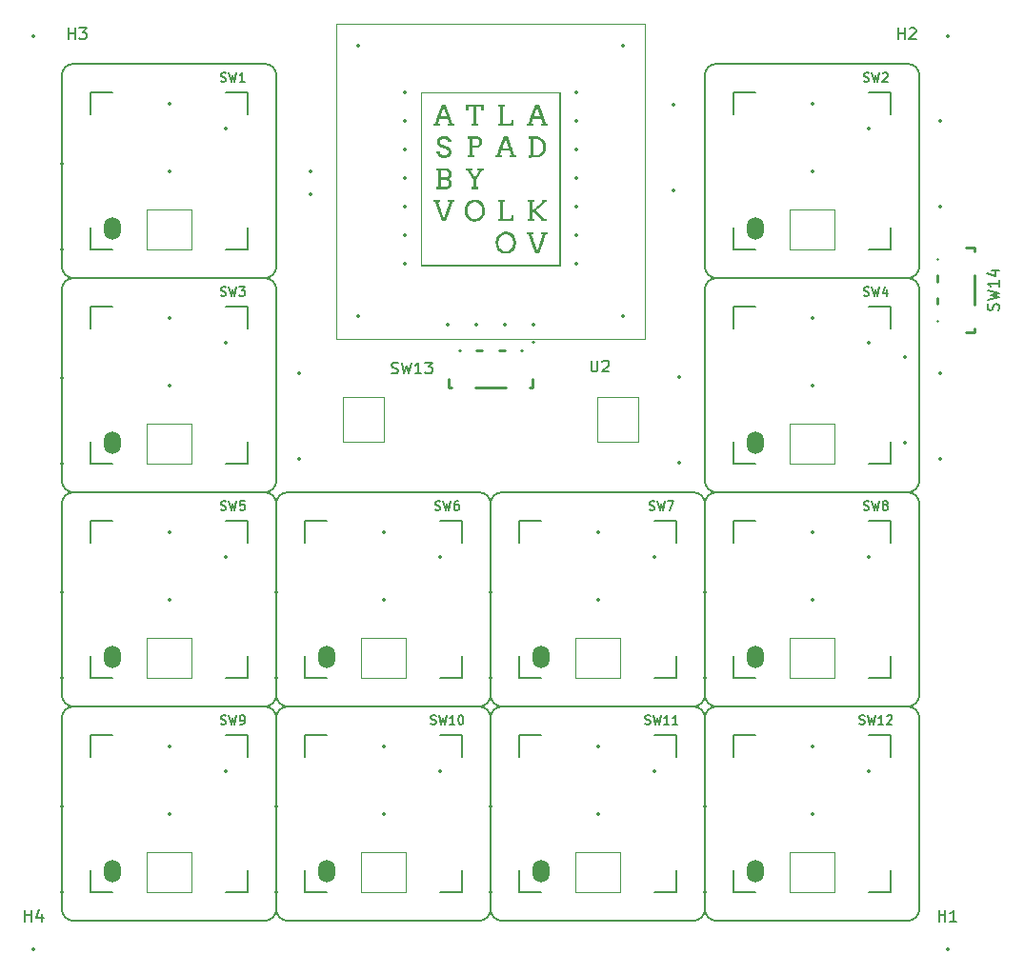
<source format=gto>
%TF.GenerationSoftware,KiCad,Pcbnew,8.0.8*%
%TF.CreationDate,2025-02-20T23:43:36+01:00*%
%TF.ProjectId,hackpad,6861636b-7061-4642-9e6b-696361645f70,rev?*%
%TF.SameCoordinates,Original*%
%TF.FileFunction,Legend,Top*%
%TF.FilePolarity,Positive*%
%FSLAX46Y46*%
G04 Gerber Fmt 4.6, Leading zero omitted, Abs format (unit mm)*
G04 Created by KiCad (PCBNEW 8.0.8) date 2025-02-20 23:43:36*
%MOMM*%
%LPD*%
G01*
G04 APERTURE LIST*
%ADD10C,0.150000*%
%ADD11C,0.100000*%
%ADD12C,0.200000*%
%ADD13C,0.000000*%
%ADD14C,0.250000*%
%ADD15C,0.350000*%
%ADD16O,1.499999X1.999999*%
G04 APERTURE END LIST*
D10*
X78938095Y-58279819D02*
X78938095Y-59089342D01*
X78938095Y-59089342D02*
X78985714Y-59184580D01*
X78985714Y-59184580D02*
X79033333Y-59232200D01*
X79033333Y-59232200D02*
X79128571Y-59279819D01*
X79128571Y-59279819D02*
X79319047Y-59279819D01*
X79319047Y-59279819D02*
X79414285Y-59232200D01*
X79414285Y-59232200D02*
X79461904Y-59184580D01*
X79461904Y-59184580D02*
X79509523Y-59089342D01*
X79509523Y-59089342D02*
X79509523Y-58279819D01*
X79938095Y-58375057D02*
X79985714Y-58327438D01*
X79985714Y-58327438D02*
X80080952Y-58279819D01*
X80080952Y-58279819D02*
X80319047Y-58279819D01*
X80319047Y-58279819D02*
X80414285Y-58327438D01*
X80414285Y-58327438D02*
X80461904Y-58375057D01*
X80461904Y-58375057D02*
X80509523Y-58470295D01*
X80509523Y-58470295D02*
X80509523Y-58565533D01*
X80509523Y-58565533D02*
X80461904Y-58708390D01*
X80461904Y-58708390D02*
X79890476Y-59279819D01*
X79890476Y-59279819D02*
X80509523Y-59279819D01*
X46018332Y-33449200D02*
X46132618Y-33487295D01*
X46132618Y-33487295D02*
X46323094Y-33487295D01*
X46323094Y-33487295D02*
X46399285Y-33449200D01*
X46399285Y-33449200D02*
X46437380Y-33411104D01*
X46437380Y-33411104D02*
X46475475Y-33334914D01*
X46475475Y-33334914D02*
X46475475Y-33258723D01*
X46475475Y-33258723D02*
X46437380Y-33182533D01*
X46437380Y-33182533D02*
X46399285Y-33144438D01*
X46399285Y-33144438D02*
X46323094Y-33106342D01*
X46323094Y-33106342D02*
X46170713Y-33068247D01*
X46170713Y-33068247D02*
X46094523Y-33030152D01*
X46094523Y-33030152D02*
X46056428Y-32992057D01*
X46056428Y-32992057D02*
X46018332Y-32915866D01*
X46018332Y-32915866D02*
X46018332Y-32839676D01*
X46018332Y-32839676D02*
X46056428Y-32763485D01*
X46056428Y-32763485D02*
X46094523Y-32725390D01*
X46094523Y-32725390D02*
X46170713Y-32687295D01*
X46170713Y-32687295D02*
X46361190Y-32687295D01*
X46361190Y-32687295D02*
X46475475Y-32725390D01*
X46742142Y-32687295D02*
X46932618Y-33487295D01*
X46932618Y-33487295D02*
X47084999Y-32915866D01*
X47084999Y-32915866D02*
X47237380Y-33487295D01*
X47237380Y-33487295D02*
X47427857Y-32687295D01*
X48151666Y-33487295D02*
X47694523Y-33487295D01*
X47923095Y-33487295D02*
X47923095Y-32687295D01*
X47923095Y-32687295D02*
X47846904Y-32801580D01*
X47846904Y-32801580D02*
X47770714Y-32877771D01*
X47770714Y-32877771D02*
X47694523Y-32915866D01*
X103168332Y-52499200D02*
X103282618Y-52537295D01*
X103282618Y-52537295D02*
X103473094Y-52537295D01*
X103473094Y-52537295D02*
X103549285Y-52499200D01*
X103549285Y-52499200D02*
X103587380Y-52461104D01*
X103587380Y-52461104D02*
X103625475Y-52384914D01*
X103625475Y-52384914D02*
X103625475Y-52308723D01*
X103625475Y-52308723D02*
X103587380Y-52232533D01*
X103587380Y-52232533D02*
X103549285Y-52194438D01*
X103549285Y-52194438D02*
X103473094Y-52156342D01*
X103473094Y-52156342D02*
X103320713Y-52118247D01*
X103320713Y-52118247D02*
X103244523Y-52080152D01*
X103244523Y-52080152D02*
X103206428Y-52042057D01*
X103206428Y-52042057D02*
X103168332Y-51965866D01*
X103168332Y-51965866D02*
X103168332Y-51889676D01*
X103168332Y-51889676D02*
X103206428Y-51813485D01*
X103206428Y-51813485D02*
X103244523Y-51775390D01*
X103244523Y-51775390D02*
X103320713Y-51737295D01*
X103320713Y-51737295D02*
X103511190Y-51737295D01*
X103511190Y-51737295D02*
X103625475Y-51775390D01*
X103892142Y-51737295D02*
X104082618Y-52537295D01*
X104082618Y-52537295D02*
X104234999Y-51965866D01*
X104234999Y-51965866D02*
X104387380Y-52537295D01*
X104387380Y-52537295D02*
X104577857Y-51737295D01*
X105225476Y-52003961D02*
X105225476Y-52537295D01*
X105035000Y-51699200D02*
X104844523Y-52270628D01*
X104844523Y-52270628D02*
X105339762Y-52270628D01*
X106238095Y-29704819D02*
X106238095Y-28704819D01*
X106238095Y-29181009D02*
X106809523Y-29181009D01*
X106809523Y-29704819D02*
X106809523Y-28704819D01*
X107238095Y-28800057D02*
X107285714Y-28752438D01*
X107285714Y-28752438D02*
X107380952Y-28704819D01*
X107380952Y-28704819D02*
X107619047Y-28704819D01*
X107619047Y-28704819D02*
X107714285Y-28752438D01*
X107714285Y-28752438D02*
X107761904Y-28800057D01*
X107761904Y-28800057D02*
X107809523Y-28895295D01*
X107809523Y-28895295D02*
X107809523Y-28990533D01*
X107809523Y-28990533D02*
X107761904Y-29133390D01*
X107761904Y-29133390D02*
X107190476Y-29704819D01*
X107190476Y-29704819D02*
X107809523Y-29704819D01*
X32488095Y-29704819D02*
X32488095Y-28704819D01*
X32488095Y-29181009D02*
X33059523Y-29181009D01*
X33059523Y-29704819D02*
X33059523Y-28704819D01*
X33440476Y-28704819D02*
X34059523Y-28704819D01*
X34059523Y-28704819D02*
X33726190Y-29085771D01*
X33726190Y-29085771D02*
X33869047Y-29085771D01*
X33869047Y-29085771D02*
X33964285Y-29133390D01*
X33964285Y-29133390D02*
X34011904Y-29181009D01*
X34011904Y-29181009D02*
X34059523Y-29276247D01*
X34059523Y-29276247D02*
X34059523Y-29514342D01*
X34059523Y-29514342D02*
X34011904Y-29609580D01*
X34011904Y-29609580D02*
X33964285Y-29657200D01*
X33964285Y-29657200D02*
X33869047Y-29704819D01*
X33869047Y-29704819D02*
X33583333Y-29704819D01*
X33583333Y-29704819D02*
X33488095Y-29657200D01*
X33488095Y-29657200D02*
X33440476Y-29609580D01*
X65068332Y-71549200D02*
X65182618Y-71587295D01*
X65182618Y-71587295D02*
X65373094Y-71587295D01*
X65373094Y-71587295D02*
X65449285Y-71549200D01*
X65449285Y-71549200D02*
X65487380Y-71511104D01*
X65487380Y-71511104D02*
X65525475Y-71434914D01*
X65525475Y-71434914D02*
X65525475Y-71358723D01*
X65525475Y-71358723D02*
X65487380Y-71282533D01*
X65487380Y-71282533D02*
X65449285Y-71244438D01*
X65449285Y-71244438D02*
X65373094Y-71206342D01*
X65373094Y-71206342D02*
X65220713Y-71168247D01*
X65220713Y-71168247D02*
X65144523Y-71130152D01*
X65144523Y-71130152D02*
X65106428Y-71092057D01*
X65106428Y-71092057D02*
X65068332Y-71015866D01*
X65068332Y-71015866D02*
X65068332Y-70939676D01*
X65068332Y-70939676D02*
X65106428Y-70863485D01*
X65106428Y-70863485D02*
X65144523Y-70825390D01*
X65144523Y-70825390D02*
X65220713Y-70787295D01*
X65220713Y-70787295D02*
X65411190Y-70787295D01*
X65411190Y-70787295D02*
X65525475Y-70825390D01*
X65792142Y-70787295D02*
X65982618Y-71587295D01*
X65982618Y-71587295D02*
X66134999Y-71015866D01*
X66134999Y-71015866D02*
X66287380Y-71587295D01*
X66287380Y-71587295D02*
X66477857Y-70787295D01*
X67125476Y-70787295D02*
X66973095Y-70787295D01*
X66973095Y-70787295D02*
X66896904Y-70825390D01*
X66896904Y-70825390D02*
X66858809Y-70863485D01*
X66858809Y-70863485D02*
X66782619Y-70977771D01*
X66782619Y-70977771D02*
X66744523Y-71130152D01*
X66744523Y-71130152D02*
X66744523Y-71434914D01*
X66744523Y-71434914D02*
X66782619Y-71511104D01*
X66782619Y-71511104D02*
X66820714Y-71549200D01*
X66820714Y-71549200D02*
X66896904Y-71587295D01*
X66896904Y-71587295D02*
X67049285Y-71587295D01*
X67049285Y-71587295D02*
X67125476Y-71549200D01*
X67125476Y-71549200D02*
X67163571Y-71511104D01*
X67163571Y-71511104D02*
X67201666Y-71434914D01*
X67201666Y-71434914D02*
X67201666Y-71244438D01*
X67201666Y-71244438D02*
X67163571Y-71168247D01*
X67163571Y-71168247D02*
X67125476Y-71130152D01*
X67125476Y-71130152D02*
X67049285Y-71092057D01*
X67049285Y-71092057D02*
X66896904Y-71092057D01*
X66896904Y-71092057D02*
X66820714Y-71130152D01*
X66820714Y-71130152D02*
X66782619Y-71168247D01*
X66782619Y-71168247D02*
X66744523Y-71244438D01*
X46018332Y-90599200D02*
X46132618Y-90637295D01*
X46132618Y-90637295D02*
X46323094Y-90637295D01*
X46323094Y-90637295D02*
X46399285Y-90599200D01*
X46399285Y-90599200D02*
X46437380Y-90561104D01*
X46437380Y-90561104D02*
X46475475Y-90484914D01*
X46475475Y-90484914D02*
X46475475Y-90408723D01*
X46475475Y-90408723D02*
X46437380Y-90332533D01*
X46437380Y-90332533D02*
X46399285Y-90294438D01*
X46399285Y-90294438D02*
X46323094Y-90256342D01*
X46323094Y-90256342D02*
X46170713Y-90218247D01*
X46170713Y-90218247D02*
X46094523Y-90180152D01*
X46094523Y-90180152D02*
X46056428Y-90142057D01*
X46056428Y-90142057D02*
X46018332Y-90065866D01*
X46018332Y-90065866D02*
X46018332Y-89989676D01*
X46018332Y-89989676D02*
X46056428Y-89913485D01*
X46056428Y-89913485D02*
X46094523Y-89875390D01*
X46094523Y-89875390D02*
X46170713Y-89837295D01*
X46170713Y-89837295D02*
X46361190Y-89837295D01*
X46361190Y-89837295D02*
X46475475Y-89875390D01*
X46742142Y-89837295D02*
X46932618Y-90637295D01*
X46932618Y-90637295D02*
X47084999Y-90065866D01*
X47084999Y-90065866D02*
X47237380Y-90637295D01*
X47237380Y-90637295D02*
X47427857Y-89837295D01*
X47770714Y-90637295D02*
X47923095Y-90637295D01*
X47923095Y-90637295D02*
X47999285Y-90599200D01*
X47999285Y-90599200D02*
X48037381Y-90561104D01*
X48037381Y-90561104D02*
X48113571Y-90446819D01*
X48113571Y-90446819D02*
X48151666Y-90294438D01*
X48151666Y-90294438D02*
X48151666Y-89989676D01*
X48151666Y-89989676D02*
X48113571Y-89913485D01*
X48113571Y-89913485D02*
X48075476Y-89875390D01*
X48075476Y-89875390D02*
X47999285Y-89837295D01*
X47999285Y-89837295D02*
X47846904Y-89837295D01*
X47846904Y-89837295D02*
X47770714Y-89875390D01*
X47770714Y-89875390D02*
X47732619Y-89913485D01*
X47732619Y-89913485D02*
X47694523Y-89989676D01*
X47694523Y-89989676D02*
X47694523Y-90180152D01*
X47694523Y-90180152D02*
X47732619Y-90256342D01*
X47732619Y-90256342D02*
X47770714Y-90294438D01*
X47770714Y-90294438D02*
X47846904Y-90332533D01*
X47846904Y-90332533D02*
X47999285Y-90332533D01*
X47999285Y-90332533D02*
X48075476Y-90294438D01*
X48075476Y-90294438D02*
X48113571Y-90256342D01*
X48113571Y-90256342D02*
X48151666Y-90180152D01*
X109838095Y-108154819D02*
X109838095Y-107154819D01*
X109838095Y-107631009D02*
X110409523Y-107631009D01*
X110409523Y-108154819D02*
X110409523Y-107154819D01*
X111409523Y-108154819D02*
X110838095Y-108154819D01*
X111123809Y-108154819D02*
X111123809Y-107154819D01*
X111123809Y-107154819D02*
X111028571Y-107297676D01*
X111028571Y-107297676D02*
X110933333Y-107392914D01*
X110933333Y-107392914D02*
X110838095Y-107440533D01*
X61190476Y-59407200D02*
X61333333Y-59454819D01*
X61333333Y-59454819D02*
X61571428Y-59454819D01*
X61571428Y-59454819D02*
X61666666Y-59407200D01*
X61666666Y-59407200D02*
X61714285Y-59359580D01*
X61714285Y-59359580D02*
X61761904Y-59264342D01*
X61761904Y-59264342D02*
X61761904Y-59169104D01*
X61761904Y-59169104D02*
X61714285Y-59073866D01*
X61714285Y-59073866D02*
X61666666Y-59026247D01*
X61666666Y-59026247D02*
X61571428Y-58978628D01*
X61571428Y-58978628D02*
X61380952Y-58931009D01*
X61380952Y-58931009D02*
X61285714Y-58883390D01*
X61285714Y-58883390D02*
X61238095Y-58835771D01*
X61238095Y-58835771D02*
X61190476Y-58740533D01*
X61190476Y-58740533D02*
X61190476Y-58645295D01*
X61190476Y-58645295D02*
X61238095Y-58550057D01*
X61238095Y-58550057D02*
X61285714Y-58502438D01*
X61285714Y-58502438D02*
X61380952Y-58454819D01*
X61380952Y-58454819D02*
X61619047Y-58454819D01*
X61619047Y-58454819D02*
X61761904Y-58502438D01*
X62095238Y-58454819D02*
X62333333Y-59454819D01*
X62333333Y-59454819D02*
X62523809Y-58740533D01*
X62523809Y-58740533D02*
X62714285Y-59454819D01*
X62714285Y-59454819D02*
X62952381Y-58454819D01*
X63857142Y-59454819D02*
X63285714Y-59454819D01*
X63571428Y-59454819D02*
X63571428Y-58454819D01*
X63571428Y-58454819D02*
X63476190Y-58597676D01*
X63476190Y-58597676D02*
X63380952Y-58692914D01*
X63380952Y-58692914D02*
X63285714Y-58740533D01*
X64190476Y-58454819D02*
X64809523Y-58454819D01*
X64809523Y-58454819D02*
X64476190Y-58835771D01*
X64476190Y-58835771D02*
X64619047Y-58835771D01*
X64619047Y-58835771D02*
X64714285Y-58883390D01*
X64714285Y-58883390D02*
X64761904Y-58931009D01*
X64761904Y-58931009D02*
X64809523Y-59026247D01*
X64809523Y-59026247D02*
X64809523Y-59264342D01*
X64809523Y-59264342D02*
X64761904Y-59359580D01*
X64761904Y-59359580D02*
X64714285Y-59407200D01*
X64714285Y-59407200D02*
X64619047Y-59454819D01*
X64619047Y-59454819D02*
X64333333Y-59454819D01*
X64333333Y-59454819D02*
X64238095Y-59407200D01*
X64238095Y-59407200D02*
X64190476Y-59359580D01*
X102787380Y-90599200D02*
X102901666Y-90637295D01*
X102901666Y-90637295D02*
X103092142Y-90637295D01*
X103092142Y-90637295D02*
X103168333Y-90599200D01*
X103168333Y-90599200D02*
X103206428Y-90561104D01*
X103206428Y-90561104D02*
X103244523Y-90484914D01*
X103244523Y-90484914D02*
X103244523Y-90408723D01*
X103244523Y-90408723D02*
X103206428Y-90332533D01*
X103206428Y-90332533D02*
X103168333Y-90294438D01*
X103168333Y-90294438D02*
X103092142Y-90256342D01*
X103092142Y-90256342D02*
X102939761Y-90218247D01*
X102939761Y-90218247D02*
X102863571Y-90180152D01*
X102863571Y-90180152D02*
X102825476Y-90142057D01*
X102825476Y-90142057D02*
X102787380Y-90065866D01*
X102787380Y-90065866D02*
X102787380Y-89989676D01*
X102787380Y-89989676D02*
X102825476Y-89913485D01*
X102825476Y-89913485D02*
X102863571Y-89875390D01*
X102863571Y-89875390D02*
X102939761Y-89837295D01*
X102939761Y-89837295D02*
X103130238Y-89837295D01*
X103130238Y-89837295D02*
X103244523Y-89875390D01*
X103511190Y-89837295D02*
X103701666Y-90637295D01*
X103701666Y-90637295D02*
X103854047Y-90065866D01*
X103854047Y-90065866D02*
X104006428Y-90637295D01*
X104006428Y-90637295D02*
X104196905Y-89837295D01*
X104920714Y-90637295D02*
X104463571Y-90637295D01*
X104692143Y-90637295D02*
X104692143Y-89837295D01*
X104692143Y-89837295D02*
X104615952Y-89951580D01*
X104615952Y-89951580D02*
X104539762Y-90027771D01*
X104539762Y-90027771D02*
X104463571Y-90065866D01*
X105225476Y-89913485D02*
X105263572Y-89875390D01*
X105263572Y-89875390D02*
X105339762Y-89837295D01*
X105339762Y-89837295D02*
X105530238Y-89837295D01*
X105530238Y-89837295D02*
X105606429Y-89875390D01*
X105606429Y-89875390D02*
X105644524Y-89913485D01*
X105644524Y-89913485D02*
X105682619Y-89989676D01*
X105682619Y-89989676D02*
X105682619Y-90065866D01*
X105682619Y-90065866D02*
X105644524Y-90180152D01*
X105644524Y-90180152D02*
X105187381Y-90637295D01*
X105187381Y-90637295D02*
X105682619Y-90637295D01*
X28638095Y-108154819D02*
X28638095Y-107154819D01*
X28638095Y-107631009D02*
X29209523Y-107631009D01*
X29209523Y-108154819D02*
X29209523Y-107154819D01*
X30114285Y-107488152D02*
X30114285Y-108154819D01*
X29876190Y-107107200D02*
X29638095Y-107821485D01*
X29638095Y-107821485D02*
X30257142Y-107821485D01*
X103168332Y-71549200D02*
X103282618Y-71587295D01*
X103282618Y-71587295D02*
X103473094Y-71587295D01*
X103473094Y-71587295D02*
X103549285Y-71549200D01*
X103549285Y-71549200D02*
X103587380Y-71511104D01*
X103587380Y-71511104D02*
X103625475Y-71434914D01*
X103625475Y-71434914D02*
X103625475Y-71358723D01*
X103625475Y-71358723D02*
X103587380Y-71282533D01*
X103587380Y-71282533D02*
X103549285Y-71244438D01*
X103549285Y-71244438D02*
X103473094Y-71206342D01*
X103473094Y-71206342D02*
X103320713Y-71168247D01*
X103320713Y-71168247D02*
X103244523Y-71130152D01*
X103244523Y-71130152D02*
X103206428Y-71092057D01*
X103206428Y-71092057D02*
X103168332Y-71015866D01*
X103168332Y-71015866D02*
X103168332Y-70939676D01*
X103168332Y-70939676D02*
X103206428Y-70863485D01*
X103206428Y-70863485D02*
X103244523Y-70825390D01*
X103244523Y-70825390D02*
X103320713Y-70787295D01*
X103320713Y-70787295D02*
X103511190Y-70787295D01*
X103511190Y-70787295D02*
X103625475Y-70825390D01*
X103892142Y-70787295D02*
X104082618Y-71587295D01*
X104082618Y-71587295D02*
X104234999Y-71015866D01*
X104234999Y-71015866D02*
X104387380Y-71587295D01*
X104387380Y-71587295D02*
X104577857Y-70787295D01*
X104996904Y-71130152D02*
X104920714Y-71092057D01*
X104920714Y-71092057D02*
X104882619Y-71053961D01*
X104882619Y-71053961D02*
X104844523Y-70977771D01*
X104844523Y-70977771D02*
X104844523Y-70939676D01*
X104844523Y-70939676D02*
X104882619Y-70863485D01*
X104882619Y-70863485D02*
X104920714Y-70825390D01*
X104920714Y-70825390D02*
X104996904Y-70787295D01*
X104996904Y-70787295D02*
X105149285Y-70787295D01*
X105149285Y-70787295D02*
X105225476Y-70825390D01*
X105225476Y-70825390D02*
X105263571Y-70863485D01*
X105263571Y-70863485D02*
X105301666Y-70939676D01*
X105301666Y-70939676D02*
X105301666Y-70977771D01*
X105301666Y-70977771D02*
X105263571Y-71053961D01*
X105263571Y-71053961D02*
X105225476Y-71092057D01*
X105225476Y-71092057D02*
X105149285Y-71130152D01*
X105149285Y-71130152D02*
X104996904Y-71130152D01*
X104996904Y-71130152D02*
X104920714Y-71168247D01*
X104920714Y-71168247D02*
X104882619Y-71206342D01*
X104882619Y-71206342D02*
X104844523Y-71282533D01*
X104844523Y-71282533D02*
X104844523Y-71434914D01*
X104844523Y-71434914D02*
X104882619Y-71511104D01*
X104882619Y-71511104D02*
X104920714Y-71549200D01*
X104920714Y-71549200D02*
X104996904Y-71587295D01*
X104996904Y-71587295D02*
X105149285Y-71587295D01*
X105149285Y-71587295D02*
X105225476Y-71549200D01*
X105225476Y-71549200D02*
X105263571Y-71511104D01*
X105263571Y-71511104D02*
X105301666Y-71434914D01*
X105301666Y-71434914D02*
X105301666Y-71282533D01*
X105301666Y-71282533D02*
X105263571Y-71206342D01*
X105263571Y-71206342D02*
X105225476Y-71168247D01*
X105225476Y-71168247D02*
X105149285Y-71130152D01*
X46018332Y-71549200D02*
X46132618Y-71587295D01*
X46132618Y-71587295D02*
X46323094Y-71587295D01*
X46323094Y-71587295D02*
X46399285Y-71549200D01*
X46399285Y-71549200D02*
X46437380Y-71511104D01*
X46437380Y-71511104D02*
X46475475Y-71434914D01*
X46475475Y-71434914D02*
X46475475Y-71358723D01*
X46475475Y-71358723D02*
X46437380Y-71282533D01*
X46437380Y-71282533D02*
X46399285Y-71244438D01*
X46399285Y-71244438D02*
X46323094Y-71206342D01*
X46323094Y-71206342D02*
X46170713Y-71168247D01*
X46170713Y-71168247D02*
X46094523Y-71130152D01*
X46094523Y-71130152D02*
X46056428Y-71092057D01*
X46056428Y-71092057D02*
X46018332Y-71015866D01*
X46018332Y-71015866D02*
X46018332Y-70939676D01*
X46018332Y-70939676D02*
X46056428Y-70863485D01*
X46056428Y-70863485D02*
X46094523Y-70825390D01*
X46094523Y-70825390D02*
X46170713Y-70787295D01*
X46170713Y-70787295D02*
X46361190Y-70787295D01*
X46361190Y-70787295D02*
X46475475Y-70825390D01*
X46742142Y-70787295D02*
X46932618Y-71587295D01*
X46932618Y-71587295D02*
X47084999Y-71015866D01*
X47084999Y-71015866D02*
X47237380Y-71587295D01*
X47237380Y-71587295D02*
X47427857Y-70787295D01*
X48113571Y-70787295D02*
X47732619Y-70787295D01*
X47732619Y-70787295D02*
X47694523Y-71168247D01*
X47694523Y-71168247D02*
X47732619Y-71130152D01*
X47732619Y-71130152D02*
X47808809Y-71092057D01*
X47808809Y-71092057D02*
X47999285Y-71092057D01*
X47999285Y-71092057D02*
X48075476Y-71130152D01*
X48075476Y-71130152D02*
X48113571Y-71168247D01*
X48113571Y-71168247D02*
X48151666Y-71244438D01*
X48151666Y-71244438D02*
X48151666Y-71434914D01*
X48151666Y-71434914D02*
X48113571Y-71511104D01*
X48113571Y-71511104D02*
X48075476Y-71549200D01*
X48075476Y-71549200D02*
X47999285Y-71587295D01*
X47999285Y-71587295D02*
X47808809Y-71587295D01*
X47808809Y-71587295D02*
X47732619Y-71549200D01*
X47732619Y-71549200D02*
X47694523Y-71511104D01*
X46018332Y-52499200D02*
X46132618Y-52537295D01*
X46132618Y-52537295D02*
X46323094Y-52537295D01*
X46323094Y-52537295D02*
X46399285Y-52499200D01*
X46399285Y-52499200D02*
X46437380Y-52461104D01*
X46437380Y-52461104D02*
X46475475Y-52384914D01*
X46475475Y-52384914D02*
X46475475Y-52308723D01*
X46475475Y-52308723D02*
X46437380Y-52232533D01*
X46437380Y-52232533D02*
X46399285Y-52194438D01*
X46399285Y-52194438D02*
X46323094Y-52156342D01*
X46323094Y-52156342D02*
X46170713Y-52118247D01*
X46170713Y-52118247D02*
X46094523Y-52080152D01*
X46094523Y-52080152D02*
X46056428Y-52042057D01*
X46056428Y-52042057D02*
X46018332Y-51965866D01*
X46018332Y-51965866D02*
X46018332Y-51889676D01*
X46018332Y-51889676D02*
X46056428Y-51813485D01*
X46056428Y-51813485D02*
X46094523Y-51775390D01*
X46094523Y-51775390D02*
X46170713Y-51737295D01*
X46170713Y-51737295D02*
X46361190Y-51737295D01*
X46361190Y-51737295D02*
X46475475Y-51775390D01*
X46742142Y-51737295D02*
X46932618Y-52537295D01*
X46932618Y-52537295D02*
X47084999Y-51965866D01*
X47084999Y-51965866D02*
X47237380Y-52537295D01*
X47237380Y-52537295D02*
X47427857Y-51737295D01*
X47656428Y-51737295D02*
X48151666Y-51737295D01*
X48151666Y-51737295D02*
X47885000Y-52042057D01*
X47885000Y-52042057D02*
X47999285Y-52042057D01*
X47999285Y-52042057D02*
X48075476Y-52080152D01*
X48075476Y-52080152D02*
X48113571Y-52118247D01*
X48113571Y-52118247D02*
X48151666Y-52194438D01*
X48151666Y-52194438D02*
X48151666Y-52384914D01*
X48151666Y-52384914D02*
X48113571Y-52461104D01*
X48113571Y-52461104D02*
X48075476Y-52499200D01*
X48075476Y-52499200D02*
X47999285Y-52537295D01*
X47999285Y-52537295D02*
X47770714Y-52537295D01*
X47770714Y-52537295D02*
X47694523Y-52499200D01*
X47694523Y-52499200D02*
X47656428Y-52461104D01*
X115127200Y-53809523D02*
X115174819Y-53666666D01*
X115174819Y-53666666D02*
X115174819Y-53428571D01*
X115174819Y-53428571D02*
X115127200Y-53333333D01*
X115127200Y-53333333D02*
X115079580Y-53285714D01*
X115079580Y-53285714D02*
X114984342Y-53238095D01*
X114984342Y-53238095D02*
X114889104Y-53238095D01*
X114889104Y-53238095D02*
X114793866Y-53285714D01*
X114793866Y-53285714D02*
X114746247Y-53333333D01*
X114746247Y-53333333D02*
X114698628Y-53428571D01*
X114698628Y-53428571D02*
X114651009Y-53619047D01*
X114651009Y-53619047D02*
X114603390Y-53714285D01*
X114603390Y-53714285D02*
X114555771Y-53761904D01*
X114555771Y-53761904D02*
X114460533Y-53809523D01*
X114460533Y-53809523D02*
X114365295Y-53809523D01*
X114365295Y-53809523D02*
X114270057Y-53761904D01*
X114270057Y-53761904D02*
X114222438Y-53714285D01*
X114222438Y-53714285D02*
X114174819Y-53619047D01*
X114174819Y-53619047D02*
X114174819Y-53380952D01*
X114174819Y-53380952D02*
X114222438Y-53238095D01*
X114174819Y-52904761D02*
X115174819Y-52666666D01*
X115174819Y-52666666D02*
X114460533Y-52476190D01*
X114460533Y-52476190D02*
X115174819Y-52285714D01*
X115174819Y-52285714D02*
X114174819Y-52047619D01*
X115174819Y-51142857D02*
X115174819Y-51714285D01*
X115174819Y-51428571D02*
X114174819Y-51428571D01*
X114174819Y-51428571D02*
X114317676Y-51523809D01*
X114317676Y-51523809D02*
X114412914Y-51619047D01*
X114412914Y-51619047D02*
X114460533Y-51714285D01*
X114508152Y-50285714D02*
X115174819Y-50285714D01*
X114127200Y-50523809D02*
X114841485Y-50761904D01*
X114841485Y-50761904D02*
X114841485Y-50142857D01*
X83737380Y-90599200D02*
X83851666Y-90637295D01*
X83851666Y-90637295D02*
X84042142Y-90637295D01*
X84042142Y-90637295D02*
X84118333Y-90599200D01*
X84118333Y-90599200D02*
X84156428Y-90561104D01*
X84156428Y-90561104D02*
X84194523Y-90484914D01*
X84194523Y-90484914D02*
X84194523Y-90408723D01*
X84194523Y-90408723D02*
X84156428Y-90332533D01*
X84156428Y-90332533D02*
X84118333Y-90294438D01*
X84118333Y-90294438D02*
X84042142Y-90256342D01*
X84042142Y-90256342D02*
X83889761Y-90218247D01*
X83889761Y-90218247D02*
X83813571Y-90180152D01*
X83813571Y-90180152D02*
X83775476Y-90142057D01*
X83775476Y-90142057D02*
X83737380Y-90065866D01*
X83737380Y-90065866D02*
X83737380Y-89989676D01*
X83737380Y-89989676D02*
X83775476Y-89913485D01*
X83775476Y-89913485D02*
X83813571Y-89875390D01*
X83813571Y-89875390D02*
X83889761Y-89837295D01*
X83889761Y-89837295D02*
X84080238Y-89837295D01*
X84080238Y-89837295D02*
X84194523Y-89875390D01*
X84461190Y-89837295D02*
X84651666Y-90637295D01*
X84651666Y-90637295D02*
X84804047Y-90065866D01*
X84804047Y-90065866D02*
X84956428Y-90637295D01*
X84956428Y-90637295D02*
X85146905Y-89837295D01*
X85870714Y-90637295D02*
X85413571Y-90637295D01*
X85642143Y-90637295D02*
X85642143Y-89837295D01*
X85642143Y-89837295D02*
X85565952Y-89951580D01*
X85565952Y-89951580D02*
X85489762Y-90027771D01*
X85489762Y-90027771D02*
X85413571Y-90065866D01*
X86632619Y-90637295D02*
X86175476Y-90637295D01*
X86404048Y-90637295D02*
X86404048Y-89837295D01*
X86404048Y-89837295D02*
X86327857Y-89951580D01*
X86327857Y-89951580D02*
X86251667Y-90027771D01*
X86251667Y-90027771D02*
X86175476Y-90065866D01*
X84118332Y-71549200D02*
X84232618Y-71587295D01*
X84232618Y-71587295D02*
X84423094Y-71587295D01*
X84423094Y-71587295D02*
X84499285Y-71549200D01*
X84499285Y-71549200D02*
X84537380Y-71511104D01*
X84537380Y-71511104D02*
X84575475Y-71434914D01*
X84575475Y-71434914D02*
X84575475Y-71358723D01*
X84575475Y-71358723D02*
X84537380Y-71282533D01*
X84537380Y-71282533D02*
X84499285Y-71244438D01*
X84499285Y-71244438D02*
X84423094Y-71206342D01*
X84423094Y-71206342D02*
X84270713Y-71168247D01*
X84270713Y-71168247D02*
X84194523Y-71130152D01*
X84194523Y-71130152D02*
X84156428Y-71092057D01*
X84156428Y-71092057D02*
X84118332Y-71015866D01*
X84118332Y-71015866D02*
X84118332Y-70939676D01*
X84118332Y-70939676D02*
X84156428Y-70863485D01*
X84156428Y-70863485D02*
X84194523Y-70825390D01*
X84194523Y-70825390D02*
X84270713Y-70787295D01*
X84270713Y-70787295D02*
X84461190Y-70787295D01*
X84461190Y-70787295D02*
X84575475Y-70825390D01*
X84842142Y-70787295D02*
X85032618Y-71587295D01*
X85032618Y-71587295D02*
X85184999Y-71015866D01*
X85184999Y-71015866D02*
X85337380Y-71587295D01*
X85337380Y-71587295D02*
X85527857Y-70787295D01*
X85756428Y-70787295D02*
X86289762Y-70787295D01*
X86289762Y-70787295D02*
X85946904Y-71587295D01*
X103168332Y-33449200D02*
X103282618Y-33487295D01*
X103282618Y-33487295D02*
X103473094Y-33487295D01*
X103473094Y-33487295D02*
X103549285Y-33449200D01*
X103549285Y-33449200D02*
X103587380Y-33411104D01*
X103587380Y-33411104D02*
X103625475Y-33334914D01*
X103625475Y-33334914D02*
X103625475Y-33258723D01*
X103625475Y-33258723D02*
X103587380Y-33182533D01*
X103587380Y-33182533D02*
X103549285Y-33144438D01*
X103549285Y-33144438D02*
X103473094Y-33106342D01*
X103473094Y-33106342D02*
X103320713Y-33068247D01*
X103320713Y-33068247D02*
X103244523Y-33030152D01*
X103244523Y-33030152D02*
X103206428Y-32992057D01*
X103206428Y-32992057D02*
X103168332Y-32915866D01*
X103168332Y-32915866D02*
X103168332Y-32839676D01*
X103168332Y-32839676D02*
X103206428Y-32763485D01*
X103206428Y-32763485D02*
X103244523Y-32725390D01*
X103244523Y-32725390D02*
X103320713Y-32687295D01*
X103320713Y-32687295D02*
X103511190Y-32687295D01*
X103511190Y-32687295D02*
X103625475Y-32725390D01*
X103892142Y-32687295D02*
X104082618Y-33487295D01*
X104082618Y-33487295D02*
X104234999Y-32915866D01*
X104234999Y-32915866D02*
X104387380Y-33487295D01*
X104387380Y-33487295D02*
X104577857Y-32687295D01*
X104844523Y-32763485D02*
X104882619Y-32725390D01*
X104882619Y-32725390D02*
X104958809Y-32687295D01*
X104958809Y-32687295D02*
X105149285Y-32687295D01*
X105149285Y-32687295D02*
X105225476Y-32725390D01*
X105225476Y-32725390D02*
X105263571Y-32763485D01*
X105263571Y-32763485D02*
X105301666Y-32839676D01*
X105301666Y-32839676D02*
X105301666Y-32915866D01*
X105301666Y-32915866D02*
X105263571Y-33030152D01*
X105263571Y-33030152D02*
X104806428Y-33487295D01*
X104806428Y-33487295D02*
X105301666Y-33487295D01*
X64687380Y-90599200D02*
X64801666Y-90637295D01*
X64801666Y-90637295D02*
X64992142Y-90637295D01*
X64992142Y-90637295D02*
X65068333Y-90599200D01*
X65068333Y-90599200D02*
X65106428Y-90561104D01*
X65106428Y-90561104D02*
X65144523Y-90484914D01*
X65144523Y-90484914D02*
X65144523Y-90408723D01*
X65144523Y-90408723D02*
X65106428Y-90332533D01*
X65106428Y-90332533D02*
X65068333Y-90294438D01*
X65068333Y-90294438D02*
X64992142Y-90256342D01*
X64992142Y-90256342D02*
X64839761Y-90218247D01*
X64839761Y-90218247D02*
X64763571Y-90180152D01*
X64763571Y-90180152D02*
X64725476Y-90142057D01*
X64725476Y-90142057D02*
X64687380Y-90065866D01*
X64687380Y-90065866D02*
X64687380Y-89989676D01*
X64687380Y-89989676D02*
X64725476Y-89913485D01*
X64725476Y-89913485D02*
X64763571Y-89875390D01*
X64763571Y-89875390D02*
X64839761Y-89837295D01*
X64839761Y-89837295D02*
X65030238Y-89837295D01*
X65030238Y-89837295D02*
X65144523Y-89875390D01*
X65411190Y-89837295D02*
X65601666Y-90637295D01*
X65601666Y-90637295D02*
X65754047Y-90065866D01*
X65754047Y-90065866D02*
X65906428Y-90637295D01*
X65906428Y-90637295D02*
X66096905Y-89837295D01*
X66820714Y-90637295D02*
X66363571Y-90637295D01*
X66592143Y-90637295D02*
X66592143Y-89837295D01*
X66592143Y-89837295D02*
X66515952Y-89951580D01*
X66515952Y-89951580D02*
X66439762Y-90027771D01*
X66439762Y-90027771D02*
X66363571Y-90065866D01*
X67315953Y-89837295D02*
X67392143Y-89837295D01*
X67392143Y-89837295D02*
X67468334Y-89875390D01*
X67468334Y-89875390D02*
X67506429Y-89913485D01*
X67506429Y-89913485D02*
X67544524Y-89989676D01*
X67544524Y-89989676D02*
X67582619Y-90142057D01*
X67582619Y-90142057D02*
X67582619Y-90332533D01*
X67582619Y-90332533D02*
X67544524Y-90484914D01*
X67544524Y-90484914D02*
X67506429Y-90561104D01*
X67506429Y-90561104D02*
X67468334Y-90599200D01*
X67468334Y-90599200D02*
X67392143Y-90637295D01*
X67392143Y-90637295D02*
X67315953Y-90637295D01*
X67315953Y-90637295D02*
X67239762Y-90599200D01*
X67239762Y-90599200D02*
X67201667Y-90561104D01*
X67201667Y-90561104D02*
X67163572Y-90484914D01*
X67163572Y-90484914D02*
X67125476Y-90332533D01*
X67125476Y-90332533D02*
X67125476Y-90142057D01*
X67125476Y-90142057D02*
X67163572Y-89989676D01*
X67163572Y-89989676D02*
X67201667Y-89913485D01*
X67201667Y-89913485D02*
X67239762Y-89875390D01*
X67239762Y-89875390D02*
X67315953Y-89837295D01*
%TO.C,LED_SUB3*%
D11*
X60500000Y-61500000D02*
X56900000Y-61500000D01*
X56900000Y-65500000D01*
X60500000Y-65500000D01*
X60500000Y-61500000D01*
%TO.C,U2*%
X83750000Y-56325000D02*
X56250000Y-56325000D01*
X56250000Y-28325000D01*
X83750000Y-28325000D01*
X83750000Y-56325000D01*
D12*
X73900000Y-56655000D02*
G75*
G02*
X73700000Y-56655000I-100000J0D01*
G01*
X73700000Y-56655000D02*
G75*
G02*
X73900000Y-56655000I100000J0D01*
G01*
D10*
%TO.C,SW1*%
X31900000Y-49950000D02*
X31900000Y-32900000D01*
X34425000Y-34425000D02*
X34425000Y-36425000D01*
X34425000Y-46425000D02*
X34425000Y-48425000D01*
X34425000Y-48425000D02*
X36425000Y-48425000D01*
X36425000Y-34425000D02*
X34425000Y-34425000D01*
X46425000Y-34425000D02*
X48425000Y-34425000D01*
X46425000Y-48425000D02*
X48425000Y-48425000D01*
X48425000Y-34425000D02*
X48425000Y-36425000D01*
X48425000Y-48425000D02*
X48425000Y-46425000D01*
X49950000Y-31900000D02*
X32900000Y-31900000D01*
X49950000Y-50950000D02*
X32900000Y-50950000D01*
X50950000Y-49950000D02*
X50950000Y-32900000D01*
X31900000Y-32900000D02*
G75*
G02*
X32900000Y-31900000I999999J1D01*
G01*
X32900000Y-50950000D02*
G75*
G02*
X31900000Y-49950000I-1J999999D01*
G01*
X49950000Y-31900000D02*
G75*
G02*
X50950000Y-32900000I0J-1000000D01*
G01*
X50950000Y-49950000D02*
G75*
G02*
X49950000Y-50950000I-1000000J0D01*
G01*
%TO.C,SW4*%
X89050000Y-69000000D02*
X89050000Y-51950000D01*
X91575000Y-53475000D02*
X91575000Y-55475000D01*
X91575000Y-65475000D02*
X91575000Y-67475000D01*
X91575000Y-67475000D02*
X93575000Y-67475000D01*
X93575000Y-53475000D02*
X91575000Y-53475000D01*
X103575000Y-53475000D02*
X105575000Y-53475000D01*
X103575000Y-67475000D02*
X105575000Y-67475000D01*
X105575000Y-53475000D02*
X105575000Y-55475000D01*
X105575000Y-67475000D02*
X105575000Y-65475000D01*
X107100000Y-50950000D02*
X90050000Y-50950000D01*
X107100000Y-70000000D02*
X90050000Y-70000000D01*
X108100000Y-69000000D02*
X108100000Y-51950000D01*
X89050000Y-51950000D02*
G75*
G02*
X90050000Y-50950000I999999J1D01*
G01*
X90050000Y-70000000D02*
G75*
G02*
X89050000Y-69000000I-1J999999D01*
G01*
X107100000Y-50950000D02*
G75*
G02*
X108100000Y-51950000I0J-1000000D01*
G01*
X108100000Y-69000000D02*
G75*
G02*
X107100000Y-70000000I-1000000J0D01*
G01*
%TO.C,SW6*%
X50950000Y-88050000D02*
X50950000Y-71000000D01*
X53475000Y-72525000D02*
X53475000Y-74525000D01*
X53475000Y-84525000D02*
X53475000Y-86525000D01*
X53475000Y-86525000D02*
X55475000Y-86525000D01*
X55475000Y-72525000D02*
X53475000Y-72525000D01*
X65475000Y-72525000D02*
X67475000Y-72525000D01*
X65475000Y-86525000D02*
X67475000Y-86525000D01*
X67475000Y-72525000D02*
X67475000Y-74525000D01*
X67475000Y-86525000D02*
X67475000Y-84525000D01*
X69000000Y-70000000D02*
X51950000Y-70000000D01*
X69000000Y-89050000D02*
X51950000Y-89050000D01*
X70000000Y-88050000D02*
X70000000Y-71000000D01*
X50950000Y-71000000D02*
G75*
G02*
X51950000Y-70000000I999999J1D01*
G01*
X51950000Y-89050000D02*
G75*
G02*
X50950000Y-88050000I-1J999999D01*
G01*
X69000000Y-70000000D02*
G75*
G02*
X70000000Y-71000000I0J-1000000D01*
G01*
X70000000Y-88050000D02*
G75*
G02*
X69000000Y-89050000I-1000000J0D01*
G01*
%TO.C,SW9*%
X31900000Y-107100000D02*
X31900000Y-90050000D01*
X34425000Y-91575000D02*
X34425000Y-93575000D01*
X34425000Y-103575000D02*
X34425000Y-105575000D01*
X34425000Y-105575000D02*
X36425000Y-105575000D01*
X36425000Y-91575000D02*
X34425000Y-91575000D01*
X46425000Y-91575000D02*
X48425000Y-91575000D01*
X46425000Y-105575000D02*
X48425000Y-105575000D01*
X48425000Y-91575000D02*
X48425000Y-93575000D01*
X48425000Y-105575000D02*
X48425000Y-103575000D01*
X49950000Y-89050000D02*
X32900000Y-89050000D01*
X49950000Y-108100000D02*
X32900000Y-108100000D01*
X50950000Y-107100000D02*
X50950000Y-90050000D01*
X31900000Y-90050000D02*
G75*
G02*
X32900000Y-89050000I999999J1D01*
G01*
X32900000Y-108100000D02*
G75*
G02*
X31900000Y-107100000I-1J999999D01*
G01*
X49950000Y-89050000D02*
G75*
G02*
X50950000Y-90050000I0J-1000000D01*
G01*
X50950000Y-107100000D02*
G75*
G02*
X49950000Y-108100000I-1000000J0D01*
G01*
D13*
%TO.C,G\u002A\u002A\u002A*%
G36*
X76223602Y-42156019D02*
G01*
X76223602Y-49914455D01*
X70000000Y-49914455D01*
X63776399Y-49914455D01*
X63776399Y-49770000D01*
X63920854Y-49770000D01*
X70000000Y-49770000D01*
X76079147Y-49770000D01*
X76079147Y-42156019D01*
X76079147Y-34542038D01*
X70000000Y-34542038D01*
X63920854Y-34542038D01*
X63920854Y-42156019D01*
X63920854Y-49770000D01*
X63776399Y-49770000D01*
X63776399Y-42156019D01*
X63776399Y-34397583D01*
X70000000Y-34397583D01*
X76223602Y-34397583D01*
X76223602Y-42156019D01*
G37*
G36*
X69446256Y-35775925D02*
G01*
X69446256Y-36022702D01*
X69319858Y-36022702D01*
X69193460Y-36022702D01*
X69193460Y-35878247D01*
X69193460Y-35733792D01*
X68940664Y-35733792D01*
X68687868Y-35733792D01*
X68687868Y-36468105D01*
X68687868Y-37202418D01*
X68784171Y-37202418D01*
X68880474Y-37202418D01*
X68880474Y-37310759D01*
X68880474Y-37419100D01*
X68579527Y-37419100D01*
X68278579Y-37419100D01*
X68278579Y-37310759D01*
X68278579Y-37202418D01*
X68362844Y-37202418D01*
X68447109Y-37202418D01*
X68447109Y-36468105D01*
X68447109Y-35733792D01*
X68230427Y-35733792D01*
X68013745Y-35733792D01*
X68013745Y-35878247D01*
X68013745Y-36022702D01*
X67887346Y-36022702D01*
X67760948Y-36022702D01*
X67760948Y-35775925D01*
X67760948Y-35529147D01*
X68603602Y-35529147D01*
X69446256Y-35529147D01*
X69446256Y-35775925D01*
G37*
G36*
X71251944Y-44099936D02*
G01*
X71251944Y-44208484D01*
X71161659Y-44208484D01*
X71071375Y-44208484D01*
X71071375Y-44943484D01*
X71071375Y-45678485D01*
X71415460Y-45674788D01*
X71759546Y-45671091D01*
X71794655Y-45631777D01*
X71810044Y-45613534D01*
X71820118Y-45596397D01*
X71826002Y-45574868D01*
X71828821Y-45543450D01*
X71829699Y-45496646D01*
X71829763Y-45460237D01*
X71829763Y-45328010D01*
X71950143Y-45328010D01*
X72070522Y-45328010D01*
X72070522Y-45604882D01*
X72070522Y-45881754D01*
X71354266Y-45881754D01*
X70638010Y-45881754D01*
X70638010Y-45779432D01*
X70638010Y-45677109D01*
X70728294Y-45677109D01*
X70818579Y-45677109D01*
X70818579Y-44942797D01*
X70818579Y-44208484D01*
X70727826Y-44208484D01*
X70637073Y-44208484D01*
X70640551Y-44103152D01*
X70644029Y-43997820D01*
X70947986Y-43994604D01*
X71251944Y-43991388D01*
X71251944Y-44099936D01*
G37*
G36*
X71251944Y-35637489D02*
G01*
X71251944Y-35745830D01*
X71161659Y-35745830D01*
X71071375Y-35745830D01*
X71071375Y-36474124D01*
X71071375Y-37202418D01*
X71403209Y-37202418D01*
X71522323Y-37201889D01*
X71617712Y-37200307D01*
X71689295Y-37197674D01*
X71736992Y-37193992D01*
X71760721Y-37189265D01*
X71761337Y-37188971D01*
X71789088Y-37171985D01*
X71808195Y-37151313D01*
X71820217Y-37122374D01*
X71826712Y-37080589D01*
X71829239Y-37021378D01*
X71829496Y-36988745D01*
X71829763Y-36853318D01*
X71950143Y-36853318D01*
X72070522Y-36853318D01*
X72070522Y-37136209D01*
X72070522Y-37419100D01*
X71362291Y-37419100D01*
X71233903Y-37418967D01*
X71112738Y-37418585D01*
X71000930Y-37417977D01*
X70900610Y-37417167D01*
X70813913Y-37416179D01*
X70742971Y-37415037D01*
X70689917Y-37413765D01*
X70656885Y-37412387D01*
X70646035Y-37411075D01*
X70642346Y-37396088D01*
X70639552Y-37363221D01*
X70638110Y-37318668D01*
X70638010Y-37302733D01*
X70638010Y-37202418D01*
X70728294Y-37202418D01*
X70818579Y-37202418D01*
X70818579Y-36474651D01*
X70818579Y-35746885D01*
X70731304Y-35743348D01*
X70644029Y-35739811D01*
X70640551Y-35634479D01*
X70637073Y-35529147D01*
X70944508Y-35529147D01*
X71251944Y-35529147D01*
X71251944Y-35637489D01*
G37*
G36*
X66487939Y-43994604D02*
G01*
X66791896Y-43997820D01*
X66795374Y-44103152D01*
X66798852Y-44208484D01*
X66715910Y-44208484D01*
X66632967Y-44208484D01*
X66327312Y-45045119D01*
X66021657Y-45881754D01*
X65850185Y-45881754D01*
X65678712Y-45881754D01*
X65662656Y-45842631D01*
X65655971Y-45824964D01*
X65641846Y-45786567D01*
X65620980Y-45729367D01*
X65594070Y-45655292D01*
X65561814Y-45566270D01*
X65524911Y-45464229D01*
X65484059Y-45351097D01*
X65439955Y-45228802D01*
X65393299Y-45099272D01*
X65359733Y-45005996D01*
X65072866Y-44208484D01*
X64990414Y-44208484D01*
X64907963Y-44208484D01*
X64907963Y-44100143D01*
X64907963Y-43991801D01*
X65214929Y-43991801D01*
X65521896Y-43991801D01*
X65521896Y-44100143D01*
X65521896Y-44208484D01*
X65443650Y-44208484D01*
X65396686Y-44210278D01*
X65371421Y-44215933D01*
X65365403Y-44223607D01*
X65369119Y-44237413D01*
X65379832Y-44272060D01*
X65396895Y-44325562D01*
X65419659Y-44395932D01*
X65447474Y-44481182D01*
X65479692Y-44579325D01*
X65515665Y-44688374D01*
X65554744Y-44806342D01*
X65596279Y-44931241D01*
X65603436Y-44952716D01*
X65841469Y-45666701D01*
X66096991Y-44950239D01*
X66141703Y-44824675D01*
X66183927Y-44705719D01*
X66222978Y-44595326D01*
X66258171Y-44495449D01*
X66288823Y-44408041D01*
X66314248Y-44335056D01*
X66333762Y-44278447D01*
X66346680Y-44240168D01*
X66352317Y-44222173D01*
X66352512Y-44221130D01*
X66341173Y-44214247D01*
X66309801Y-44209841D01*
X66268247Y-44208484D01*
X66183981Y-44208484D01*
X66183981Y-44099936D01*
X66183981Y-43991388D01*
X66487939Y-43994604D01*
G37*
G36*
X68423034Y-41283271D02*
G01*
X68423034Y-41391612D01*
X68338768Y-41391612D01*
X68297232Y-41392452D01*
X68267136Y-41394664D01*
X68254569Y-41397782D01*
X68254503Y-41398037D01*
X68260258Y-41409053D01*
X68276281Y-41437644D01*
X68300708Y-41480587D01*
X68331677Y-41534661D01*
X68367325Y-41596644D01*
X68405787Y-41663314D01*
X68445201Y-41731450D01*
X68483703Y-41797830D01*
X68519431Y-41859231D01*
X68550521Y-41912433D01*
X68575109Y-41954212D01*
X68591334Y-41981349D01*
X68597082Y-41990404D01*
X68603780Y-41981359D01*
X68621600Y-41954358D01*
X68648952Y-41911892D01*
X68684244Y-41856452D01*
X68725886Y-41790528D01*
X68772287Y-41716610D01*
X68787386Y-41692466D01*
X68975370Y-41391612D01*
X68879771Y-41391612D01*
X68784171Y-41391612D01*
X68784171Y-41283271D01*
X68784171Y-41174929D01*
X69091607Y-41174929D01*
X69399042Y-41174929D01*
X69395564Y-41280261D01*
X69392086Y-41385593D01*
X69309806Y-41391612D01*
X69227527Y-41397631D01*
X68963716Y-41797421D01*
X68699906Y-42197212D01*
X68699906Y-42522706D01*
X68699906Y-42848200D01*
X68796209Y-42848200D01*
X68892512Y-42848200D01*
X68892512Y-42956541D01*
X68892512Y-43064882D01*
X68591564Y-43064882D01*
X68290617Y-43064882D01*
X68290617Y-42956541D01*
X68290617Y-42848200D01*
X68374882Y-42848200D01*
X68459147Y-42848200D01*
X68459147Y-42517334D01*
X68459147Y-42186469D01*
X68211871Y-41792050D01*
X67964594Y-41397631D01*
X67889857Y-41391612D01*
X67815119Y-41385593D01*
X67811641Y-41280261D01*
X67808163Y-41174929D01*
X68115598Y-41174929D01*
X68423034Y-41174929D01*
X68423034Y-41283271D01*
G37*
G36*
X74776498Y-43994535D02*
G01*
X74989716Y-43997820D01*
X74993194Y-44103152D01*
X74996672Y-44208484D01*
X74920967Y-44208861D01*
X74845261Y-44209239D01*
X74466067Y-44529233D01*
X74382843Y-44599466D01*
X74304176Y-44665856D01*
X74232235Y-44726574D01*
X74169191Y-44779786D01*
X74117213Y-44823662D01*
X74078471Y-44856370D01*
X74055136Y-44876079D01*
X74050759Y-44879779D01*
X74014645Y-44910332D01*
X74405877Y-45293639D01*
X74797109Y-45676946D01*
X74896422Y-45677028D01*
X74995735Y-45677109D01*
X74995735Y-45779432D01*
X74995735Y-45881754D01*
X74736920Y-45881754D01*
X74478105Y-45881754D01*
X74478105Y-45776349D01*
X74478105Y-45670945D01*
X74104929Y-45297915D01*
X73731754Y-44924885D01*
X73731754Y-45300997D01*
X73731754Y-45677109D01*
X73828057Y-45677109D01*
X73924361Y-45677109D01*
X73924361Y-45779432D01*
X73924361Y-45881754D01*
X73617394Y-45881754D01*
X73310427Y-45881754D01*
X73310427Y-45779959D01*
X73310427Y-45678164D01*
X73397702Y-45674627D01*
X73484977Y-45671091D01*
X73484977Y-44942797D01*
X73484977Y-44214503D01*
X73397702Y-44210966D01*
X73310427Y-44207429D01*
X73310427Y-44099409D01*
X73310427Y-43991388D01*
X73614384Y-43994604D01*
X73918342Y-43997820D01*
X73921820Y-44103152D01*
X73925298Y-44208484D01*
X73828526Y-44208484D01*
X73731754Y-44208484D01*
X73731754Y-44564408D01*
X73731754Y-44920333D01*
X73782915Y-44878044D01*
X73803377Y-44860820D01*
X73839753Y-44829868D01*
X73889718Y-44787178D01*
X73950950Y-44734740D01*
X74021124Y-44674545D01*
X74097918Y-44608583D01*
X74179008Y-44538843D01*
X74195214Y-44524895D01*
X74556351Y-44214036D01*
X74559816Y-44102643D01*
X74563281Y-43991250D01*
X74776498Y-43994535D01*
G37*
G36*
X73816019Y-46965166D02*
G01*
X73816019Y-47073508D01*
X73737773Y-47073508D01*
X73697924Y-47074785D01*
X73669741Y-47078128D01*
X73659527Y-47082612D01*
X73663244Y-47095334D01*
X73673965Y-47128921D01*
X73691043Y-47181412D01*
X73713829Y-47250845D01*
X73741676Y-47335258D01*
X73773937Y-47432689D01*
X73809965Y-47541176D01*
X73849111Y-47658757D01*
X73890728Y-47783470D01*
X73898890Y-47807896D01*
X73949929Y-47959911D01*
X73995750Y-48094954D01*
X74036068Y-48212224D01*
X74070596Y-48310918D01*
X74099050Y-48390233D01*
X74121143Y-48449368D01*
X74136591Y-48487518D01*
X74145107Y-48503883D01*
X74146559Y-48504042D01*
X74151988Y-48489411D01*
X74164790Y-48454108D01*
X74184246Y-48400134D01*
X74209638Y-48329494D01*
X74240246Y-48244189D01*
X74275353Y-48146222D01*
X74314240Y-48037596D01*
X74356188Y-47920314D01*
X74400478Y-47796378D01*
X74405698Y-47781767D01*
X74656530Y-47079527D01*
X74567317Y-47076011D01*
X74478105Y-47072495D01*
X74478105Y-46964660D01*
X74478105Y-46856825D01*
X74785072Y-46856825D01*
X75092038Y-46856825D01*
X75092038Y-46965166D01*
X75092038Y-47073508D01*
X75010782Y-47073590D01*
X74929527Y-47073673D01*
X74776789Y-47491908D01*
X74732666Y-47612719D01*
X74682927Y-47748887D01*
X74630222Y-47893159D01*
X74577202Y-48038280D01*
X74526517Y-48176996D01*
X74480818Y-48302052D01*
X74471166Y-48328460D01*
X74318280Y-48746778D01*
X74146618Y-48746778D01*
X73974955Y-48746778D01*
X73943301Y-48659503D01*
X73933741Y-48633069D01*
X73916804Y-48586155D01*
X73893272Y-48520931D01*
X73863928Y-48439566D01*
X73829554Y-48344231D01*
X73790933Y-48237097D01*
X73748847Y-48120333D01*
X73704079Y-47996111D01*
X73657411Y-47866599D01*
X73642739Y-47825877D01*
X73373831Y-47079527D01*
X73287958Y-47075990D01*
X73202086Y-47072453D01*
X73202086Y-46964639D01*
X73202086Y-46856825D01*
X73509053Y-46856825D01*
X73816019Y-46856825D01*
X73816019Y-46965166D01*
G37*
G36*
X68335759Y-38346110D02*
G01*
X68463437Y-38346441D01*
X68569872Y-38347519D01*
X68657889Y-38349569D01*
X68730316Y-38352812D01*
X68789977Y-38357473D01*
X68839701Y-38363774D01*
X68882312Y-38371939D01*
X68920638Y-38382190D01*
X68957505Y-38394752D01*
X68959032Y-38395321D01*
X69059211Y-38443555D01*
X69140002Y-38506054D01*
X69201422Y-38582842D01*
X69243490Y-38673947D01*
X69266224Y-38779396D01*
X69270614Y-38851612D01*
X69270414Y-38908018D01*
X69267471Y-38948808D01*
X69260191Y-38982414D01*
X69246980Y-39017268D01*
X69233929Y-39045704D01*
X69177944Y-39139822D01*
X69106144Y-39217703D01*
X69016617Y-39281076D01*
X68925992Y-39324494D01*
X68901380Y-39333309D01*
X68874704Y-39340099D01*
X68842072Y-39345259D01*
X68799593Y-39349184D01*
X68743375Y-39352268D01*
X68669526Y-39354906D01*
X68609621Y-39356584D01*
X68356825Y-39363223D01*
X68353622Y-39691256D01*
X68350419Y-40019290D01*
X68446916Y-40019290D01*
X68543413Y-40019290D01*
X68543413Y-40127631D01*
X68543413Y-40235972D01*
X68236446Y-40235972D01*
X67929479Y-40235972D01*
X67929479Y-40127631D01*
X67929479Y-40019290D01*
X68019763Y-40019290D01*
X68110048Y-40019290D01*
X68110048Y-39290996D01*
X68110048Y-39152560D01*
X68350806Y-39152560D01*
X68563082Y-39152560D01*
X68645464Y-39151713D01*
X68717206Y-39149314D01*
X68774344Y-39145578D01*
X68812914Y-39140719D01*
X68821989Y-39138589D01*
X68875715Y-39112962D01*
X68928392Y-39071851D01*
X68971572Y-39022685D01*
X68990186Y-38990720D01*
X69006132Y-38935814D01*
X69012532Y-38869102D01*
X69009376Y-38800776D01*
X68996656Y-38741025D01*
X68990441Y-38725110D01*
X68955263Y-38670895D01*
X68905406Y-38623569D01*
X68849218Y-38590651D01*
X68835661Y-38585711D01*
X68808963Y-38580737D01*
X68763077Y-38575871D01*
X68702889Y-38571480D01*
X68633285Y-38567930D01*
X68570498Y-38565850D01*
X68350806Y-38560406D01*
X68350806Y-38856483D01*
X68350806Y-39152560D01*
X68110048Y-39152560D01*
X68110048Y-38856483D01*
X68110048Y-38562702D01*
X68019763Y-38562702D01*
X67929479Y-38562702D01*
X67929479Y-38454361D01*
X67929479Y-38346019D01*
X68335759Y-38346110D01*
G37*
G36*
X74138379Y-35531861D02*
G01*
X74324427Y-35535166D01*
X74614996Y-36365782D01*
X74905566Y-37196399D01*
X74998802Y-37199914D01*
X75092038Y-37203430D01*
X75092038Y-37311265D01*
X75092038Y-37419100D01*
X74791090Y-37419100D01*
X74490143Y-37419100D01*
X74490143Y-37310759D01*
X74490143Y-37202418D01*
X74562370Y-37202418D01*
X74600464Y-37200872D01*
X74626636Y-37196855D01*
X74634598Y-37192211D01*
X74630810Y-37178053D01*
X74620295Y-37145021D01*
X74604326Y-37096952D01*
X74584173Y-37037679D01*
X74563724Y-36978538D01*
X74492850Y-36775072D01*
X74128663Y-36775072D01*
X73764475Y-36775072D01*
X73694581Y-36979716D01*
X73672103Y-37045911D01*
X73652555Y-37104203D01*
X73637195Y-37150783D01*
X73627280Y-37181844D01*
X73624049Y-37193389D01*
X73634824Y-37197579D01*
X73664024Y-37200735D01*
X73706002Y-37202325D01*
X73719716Y-37202418D01*
X73816019Y-37202418D01*
X73816019Y-37310759D01*
X73816019Y-37419100D01*
X73509053Y-37419100D01*
X73202086Y-37419100D01*
X73202086Y-37310759D01*
X73202086Y-37202418D01*
X73283556Y-37202418D01*
X73365026Y-37202418D01*
X73594163Y-36549361D01*
X73842845Y-36549361D01*
X73846104Y-36554258D01*
X73861265Y-36558039D01*
X73890571Y-36560823D01*
X73936265Y-36562726D01*
X74000588Y-36563867D01*
X74085784Y-36564363D01*
X74129005Y-36564408D01*
X74220158Y-36564310D01*
X74289952Y-36563881D01*
X74341103Y-36562920D01*
X74376328Y-36561224D01*
X74398342Y-36558592D01*
X74409861Y-36554822D01*
X74413603Y-36549711D01*
X74412394Y-36543342D01*
X74406635Y-36527261D01*
X74393987Y-36491238D01*
X74375429Y-36438085D01*
X74351940Y-36370613D01*
X74324500Y-36291636D01*
X74294087Y-36203963D01*
X74270909Y-36137062D01*
X74239043Y-36045460D01*
X74209408Y-35961083D01*
X74182976Y-35886638D01*
X74160722Y-35824835D01*
X74143619Y-35778382D01*
X74132639Y-35749989D01*
X74129030Y-35742198D01*
X74123349Y-35750896D01*
X74110980Y-35779935D01*
X74092848Y-35826819D01*
X74069877Y-35889049D01*
X74042990Y-35964125D01*
X74013112Y-36049550D01*
X73984354Y-36133431D01*
X73952475Y-36227256D01*
X73922946Y-36314131D01*
X73896686Y-36391354D01*
X73874616Y-36456220D01*
X73857656Y-36506026D01*
X73846724Y-36538067D01*
X73842845Y-36549361D01*
X73594163Y-36549361D01*
X73658679Y-36365487D01*
X73952331Y-35528556D01*
X74138379Y-35531861D01*
G37*
G36*
X73728745Y-38346439D02*
G01*
X73854633Y-38346944D01*
X73959588Y-38348364D01*
X74046744Y-38351008D01*
X74119236Y-38355185D01*
X74180199Y-38361205D01*
X74232768Y-38369377D01*
X74280077Y-38380011D01*
X74325261Y-38393416D01*
X74371389Y-38409877D01*
X74491522Y-38467325D01*
X74603583Y-38545801D01*
X74700796Y-38637247D01*
X74752850Y-38695982D01*
X74793242Y-38750999D01*
X74829079Y-38812666D01*
X74850896Y-38856226D01*
X74895571Y-38958993D01*
X74925544Y-39054512D01*
X74942844Y-39151838D01*
X74949502Y-39260027D01*
X74949723Y-39297015D01*
X74937939Y-39451753D01*
X74904719Y-39597441D01*
X74851138Y-39732574D01*
X74778274Y-39855643D01*
X74687204Y-39965142D01*
X74579005Y-40059564D01*
X74454754Y-40137401D01*
X74315527Y-40197147D01*
X74303555Y-40201173D01*
X74280468Y-40208468D01*
X74258114Y-40214399D01*
X74233709Y-40219140D01*
X74204469Y-40222860D01*
X74167610Y-40225732D01*
X74120348Y-40227928D01*
X74059899Y-40229618D01*
X73983478Y-40230975D01*
X73888303Y-40232170D01*
X73782915Y-40233263D01*
X73346541Y-40237587D01*
X73346541Y-40128438D01*
X73346541Y-40019290D01*
X73436825Y-40019290D01*
X73527109Y-40019290D01*
X73767868Y-40019290D01*
X73959206Y-40019290D01*
X74038297Y-40018745D01*
X74098629Y-40016793D01*
X74145502Y-40012960D01*
X74184216Y-40006770D01*
X74220071Y-39997747D01*
X74228855Y-39995102D01*
X74335392Y-39949823D01*
X74431537Y-39883759D01*
X74515781Y-39798499D01*
X74586615Y-39695638D01*
X74642528Y-39576765D01*
X74652878Y-39548032D01*
X74667479Y-39502868D01*
X74677267Y-39464157D01*
X74683183Y-39424866D01*
X74686164Y-39377961D01*
X74687152Y-39316408D01*
X74687200Y-39290996D01*
X74686675Y-39222887D01*
X74684474Y-39171808D01*
X74679657Y-39130726D01*
X74671286Y-39092607D01*
X74658421Y-39050416D01*
X74652878Y-39033959D01*
X74600232Y-38912028D01*
X74531552Y-38805853D01*
X74448279Y-38716855D01*
X74351853Y-38646460D01*
X74243715Y-38596090D01*
X74194713Y-38581134D01*
X74140607Y-38571373D01*
X74066567Y-38565302D01*
X73970841Y-38562790D01*
X73945907Y-38562702D01*
X73767868Y-38562702D01*
X73767868Y-39290996D01*
X73767868Y-40019290D01*
X73527109Y-40019290D01*
X73527109Y-39290996D01*
X73527109Y-38562702D01*
X73436825Y-38562702D01*
X73346541Y-38562702D01*
X73346541Y-38454361D01*
X73346541Y-38346019D01*
X73728745Y-38346439D01*
G37*
G36*
X66286215Y-36278212D02*
G01*
X66332158Y-36409401D01*
X66376474Y-36535949D01*
X66418401Y-36655680D01*
X66457178Y-36766420D01*
X66492043Y-36865995D01*
X66522235Y-36952229D01*
X66546993Y-37022950D01*
X66565555Y-37075983D01*
X66577160Y-37109152D01*
X66579255Y-37115143D01*
X66609755Y-37202418D01*
X66703835Y-37202418D01*
X66797915Y-37202418D01*
X66797915Y-37310759D01*
X66797915Y-37419100D01*
X66490948Y-37419100D01*
X66183981Y-37419100D01*
X66183981Y-37310759D01*
X66183981Y-37202418D01*
X66263516Y-37202418D01*
X66308307Y-37201083D01*
X66332155Y-37196672D01*
X66338069Y-37188575D01*
X66337731Y-37187370D01*
X66332218Y-37171541D01*
X66320216Y-37136944D01*
X66303107Y-37087562D01*
X66282270Y-37027381D01*
X66262590Y-36970514D01*
X66192768Y-36768704D01*
X65830247Y-36771888D01*
X65467726Y-36775072D01*
X65399360Y-36973697D01*
X65376990Y-37039382D01*
X65357590Y-37097664D01*
X65342462Y-37144527D01*
X65332906Y-37175954D01*
X65330142Y-37187370D01*
X65337910Y-37195764D01*
X65364101Y-37200627D01*
X65411292Y-37202393D01*
X65419574Y-37202418D01*
X65509858Y-37202418D01*
X65509858Y-37310759D01*
X65509858Y-37419100D01*
X65208910Y-37419100D01*
X64907963Y-37419100D01*
X64907963Y-37311309D01*
X64907963Y-37203518D01*
X64988511Y-37199958D01*
X65069059Y-37196399D01*
X65294044Y-36555380D01*
X65545799Y-36555380D01*
X65557337Y-36557898D01*
X65589656Y-36560146D01*
X65639460Y-36562021D01*
X65703453Y-36563418D01*
X65778340Y-36564236D01*
X65834362Y-36564408D01*
X66122752Y-36564408D01*
X66082773Y-36453057D01*
X66067652Y-36410559D01*
X66046253Y-36349875D01*
X66020174Y-36275570D01*
X65991015Y-36192207D01*
X65960376Y-36104351D01*
X65937010Y-36037170D01*
X65908792Y-35957129D01*
X65882798Y-35885665D01*
X65860123Y-35825608D01*
X65841862Y-35779787D01*
X65829110Y-35751035D01*
X65822962Y-35742180D01*
X65822900Y-35742241D01*
X65817392Y-35755294D01*
X65805347Y-35787999D01*
X65787851Y-35837169D01*
X65765989Y-35899617D01*
X65740846Y-35972159D01*
X65713510Y-36051607D01*
X65685064Y-36134776D01*
X65656596Y-36218479D01*
X65629192Y-36299531D01*
X65603935Y-36374745D01*
X65581913Y-36440935D01*
X65564212Y-36494916D01*
X65551916Y-36533501D01*
X65546112Y-36553504D01*
X65545799Y-36555380D01*
X65294044Y-36555380D01*
X65360589Y-36365782D01*
X65652119Y-35535166D01*
X65837897Y-35531861D01*
X66023675Y-35528555D01*
X66286215Y-36278212D01*
G37*
G36*
X71670469Y-38758318D02*
G01*
X71711996Y-38876713D01*
X71758988Y-39010765D01*
X71808967Y-39153405D01*
X71859457Y-39297562D01*
X71907981Y-39436164D01*
X71952062Y-39562142D01*
X71963538Y-39594953D01*
X72111936Y-40019290D01*
X72205589Y-40019290D01*
X72299242Y-40019290D01*
X72299242Y-40127631D01*
X72299242Y-40235972D01*
X71991807Y-40235972D01*
X71684371Y-40235972D01*
X71687849Y-40130640D01*
X71691327Y-40025309D01*
X71767188Y-40021708D01*
X71808212Y-40019197D01*
X71830035Y-40015180D01*
X71837522Y-40007491D01*
X71835539Y-39993965D01*
X71834823Y-39991614D01*
X71828128Y-39971423D01*
X71815057Y-39933109D01*
X71797191Y-39881268D01*
X71776112Y-39820500D01*
X71763587Y-39784550D01*
X71700578Y-39603981D01*
X71334590Y-39600802D01*
X70968602Y-39597623D01*
X70902659Y-39793409D01*
X70880736Y-39858678D01*
X70861440Y-39916457D01*
X70846118Y-39962687D01*
X70836118Y-39993309D01*
X70832884Y-40003722D01*
X70839593Y-40012072D01*
X70866167Y-40017845D01*
X70914543Y-40021431D01*
X70923128Y-40021779D01*
X71017204Y-40025309D01*
X71020682Y-40130640D01*
X71024161Y-40235972D01*
X70716725Y-40235972D01*
X70409290Y-40235972D01*
X70409290Y-40127631D01*
X70409290Y-40019290D01*
X70490867Y-40019290D01*
X70572444Y-40019290D01*
X70795214Y-39384290D01*
X71047098Y-39384290D01*
X71058640Y-39386835D01*
X71090924Y-39389102D01*
X71140620Y-39390985D01*
X71204396Y-39392377D01*
X71278921Y-39393172D01*
X71329480Y-39393318D01*
X71409381Y-39392949D01*
X71480943Y-39391914D01*
X71540755Y-39390320D01*
X71585406Y-39388273D01*
X71611487Y-39385882D01*
X71616826Y-39384290D01*
X71613952Y-39371796D01*
X71604145Y-39339708D01*
X71588473Y-39291138D01*
X71568003Y-39229199D01*
X71543805Y-39157003D01*
X71516947Y-39077664D01*
X71488497Y-38994294D01*
X71459523Y-38910005D01*
X71431093Y-38827910D01*
X71404276Y-38751123D01*
X71380141Y-38682755D01*
X71359755Y-38625919D01*
X71344186Y-38583729D01*
X71334504Y-38559296D01*
X71332048Y-38554528D01*
X71327453Y-38564491D01*
X71316244Y-38594213D01*
X71299474Y-38640629D01*
X71278194Y-38700674D01*
X71253458Y-38771285D01*
X71226316Y-38849396D01*
X71197823Y-38931944D01*
X71169030Y-39015864D01*
X71140989Y-39098091D01*
X71114752Y-39175562D01*
X71091373Y-39245211D01*
X71071904Y-39303976D01*
X71057396Y-39348790D01*
X71048902Y-39376590D01*
X71047098Y-39384290D01*
X70795214Y-39384290D01*
X70865952Y-39182654D01*
X71159459Y-38346019D01*
X71342628Y-38346019D01*
X71525796Y-38346019D01*
X71670469Y-38758318D01*
G37*
G36*
X71420006Y-46827928D02*
G01*
X71474359Y-46830007D01*
X71517951Y-46834666D01*
X71557422Y-46842623D01*
X71599418Y-46854594D01*
X71600619Y-46854971D01*
X71722728Y-46901153D01*
X71831744Y-46960215D01*
X71897632Y-47005940D01*
X71994957Y-47093686D01*
X72078936Y-47199076D01*
X72148381Y-47318974D01*
X72202106Y-47450244D01*
X72238923Y-47589749D01*
X72257646Y-47734354D01*
X72257088Y-47880922D01*
X72251137Y-47939882D01*
X72220209Y-48096553D01*
X72170309Y-48240516D01*
X72102348Y-48370590D01*
X72017237Y-48485598D01*
X71915888Y-48584361D01*
X71799211Y-48665700D01*
X71668118Y-48728437D01*
X71631138Y-48741775D01*
X71582401Y-48756796D01*
X71536823Y-48766920D01*
X71486669Y-48773296D01*
X71424204Y-48777072D01*
X71384361Y-48778386D01*
X71283357Y-48778521D01*
X71203405Y-48772915D01*
X71161659Y-48765836D01*
X71031237Y-48724134D01*
X70906597Y-48661801D01*
X70792042Y-48581744D01*
X70691873Y-48486873D01*
X70626046Y-48403805D01*
X70556509Y-48282458D01*
X70504270Y-48148065D01*
X70469660Y-48004661D01*
X70453011Y-47856283D01*
X70453474Y-47814281D01*
X70707409Y-47814281D01*
X70716483Y-47955515D01*
X70744153Y-48082241D01*
X70790951Y-48195866D01*
X70857412Y-48297800D01*
X70914519Y-48361564D01*
X71010536Y-48441961D01*
X71114485Y-48501227D01*
X71224171Y-48538709D01*
X71337400Y-48553756D01*
X71451975Y-48545713D01*
X71499201Y-48535493D01*
X71603077Y-48499485D01*
X71694384Y-48447383D01*
X71779987Y-48375253D01*
X71781665Y-48373602D01*
X71865349Y-48274463D01*
X71929062Y-48162035D01*
X71972663Y-48036685D01*
X71996011Y-47898777D01*
X72000253Y-47807370D01*
X71990946Y-47665670D01*
X71962704Y-47535094D01*
X71916607Y-47417062D01*
X71853735Y-47312992D01*
X71775166Y-47224304D01*
X71681980Y-47152417D01*
X71575256Y-47098748D01*
X71456073Y-47064718D01*
X71432234Y-47060609D01*
X71318325Y-47054660D01*
X71207093Y-47071346D01*
X71101138Y-47109227D01*
X71003065Y-47166862D01*
X70915474Y-47242809D01*
X70840969Y-47335630D01*
X70796746Y-47412391D01*
X70754835Y-47508817D01*
X70727225Y-47602456D01*
X70712041Y-47701739D01*
X70707409Y-47814281D01*
X70453474Y-47814281D01*
X70454657Y-47706967D01*
X70474929Y-47560750D01*
X70514159Y-47421668D01*
X70539994Y-47358247D01*
X70611714Y-47228436D01*
X70701902Y-47112868D01*
X70808539Y-47013365D01*
X70929604Y-46931748D01*
X71063078Y-46869837D01*
X71093445Y-46859196D01*
X71136109Y-46846138D01*
X71175271Y-46837294D01*
X71217624Y-46831837D01*
X71269861Y-46828939D01*
X71338673Y-46827774D01*
X71348247Y-46827712D01*
X71420006Y-46827928D01*
G37*
G36*
X65738122Y-41174990D02*
G01*
X65836192Y-41175251D01*
X65915394Y-41175833D01*
X65978331Y-41176854D01*
X66027608Y-41178435D01*
X66065826Y-41180695D01*
X66095592Y-41183753D01*
X66119507Y-41187729D01*
X66140175Y-41192743D01*
X66160201Y-41198914D01*
X66163295Y-41199942D01*
X66268810Y-41246984D01*
X66359848Y-41311577D01*
X66434669Y-41391357D01*
X66491531Y-41483961D01*
X66528692Y-41587029D01*
X66544411Y-41698198D01*
X66544825Y-41717460D01*
X66533770Y-41815220D01*
X66500578Y-41905039D01*
X66446534Y-41984542D01*
X66372924Y-42051355D01*
X66358732Y-42061164D01*
X66292831Y-42104920D01*
X66345812Y-42140012D01*
X66426950Y-42207067D01*
X66489326Y-42286938D01*
X66531720Y-42376750D01*
X66552911Y-42473629D01*
X66551681Y-42574699D01*
X66545657Y-42610868D01*
X66511649Y-42718352D01*
X66457734Y-42815897D01*
X66386593Y-42900839D01*
X66300908Y-42970514D01*
X66203359Y-43022259D01*
X66101030Y-43052595D01*
X66073201Y-43055564D01*
X66024252Y-43058246D01*
X65957137Y-43060571D01*
X65874812Y-43062466D01*
X65780231Y-43063861D01*
X65676350Y-43064683D01*
X65592481Y-43064882D01*
X65148721Y-43064882D01*
X65148721Y-42956541D01*
X65148721Y-42848200D01*
X65239005Y-42848200D01*
X65329290Y-42848200D01*
X65570048Y-42848200D01*
X65800381Y-42848200D01*
X65898405Y-42847289D01*
X65978351Y-42844624D01*
X66038332Y-42840304D01*
X66076458Y-42834430D01*
X66080263Y-42833395D01*
X66137888Y-42804622D01*
X66190887Y-42756709D01*
X66235827Y-42694562D01*
X66269273Y-42623088D01*
X66287791Y-42547191D01*
X66289143Y-42534935D01*
X66289963Y-42481773D01*
X66279574Y-42434505D01*
X66268322Y-42405640D01*
X66235411Y-42348853D01*
X66190255Y-42297288D01*
X66139209Y-42257083D01*
X66091948Y-42235247D01*
X66065292Y-42231174D01*
X66019119Y-42227635D01*
X65957989Y-42224837D01*
X65886457Y-42222988D01*
X65809083Y-42222296D01*
X65807797Y-42222295D01*
X65570048Y-42222228D01*
X65570048Y-42535214D01*
X65570048Y-42848200D01*
X65329290Y-42848200D01*
X65329290Y-42535214D01*
X65329290Y-42119906D01*
X65329290Y-42005545D01*
X65570048Y-42005545D01*
X65800381Y-42005545D01*
X65896215Y-42004661D01*
X65975393Y-42002089D01*
X66035626Y-41997948D01*
X66074625Y-41992358D01*
X66080263Y-41990906D01*
X66130293Y-41966506D01*
X66180975Y-41925891D01*
X66225752Y-41875819D01*
X66258069Y-41823046D01*
X66267444Y-41797979D01*
X66278603Y-41714781D01*
X66267605Y-41630994D01*
X66235771Y-41551353D01*
X66184426Y-41480594D01*
X66176556Y-41472464D01*
X66149611Y-41446692D01*
X66124513Y-41427060D01*
X66097511Y-41412736D01*
X66064853Y-41402887D01*
X66022789Y-41396683D01*
X65967566Y-41393290D01*
X65895433Y-41391878D01*
X65811996Y-41391612D01*
X65570048Y-41391612D01*
X65570048Y-41698579D01*
X65570048Y-42005545D01*
X65329290Y-42005545D01*
X65329290Y-41698579D01*
X65329290Y-41391612D01*
X65239005Y-41391612D01*
X65148721Y-41391612D01*
X65148721Y-41283271D01*
X65148721Y-41174929D01*
X65618579Y-41174929D01*
X65738122Y-41174990D01*
G37*
G36*
X68664059Y-43964393D02*
G01*
X68759702Y-43973999D01*
X68837799Y-43990190D01*
X68974206Y-44040700D01*
X69098346Y-44111291D01*
X69208923Y-44200614D01*
X69304637Y-44307320D01*
X69384194Y-44430058D01*
X69446295Y-44567479D01*
X69473268Y-44651440D01*
X69483460Y-44692061D01*
X69490620Y-44732090D01*
X69495232Y-44777068D01*
X69497784Y-44832535D01*
X69498761Y-44904035D01*
X69498816Y-44942797D01*
X69498418Y-45019373D01*
X69496990Y-45077521D01*
X69493930Y-45122884D01*
X69488634Y-45161106D01*
X69480500Y-45197831D01*
X69468925Y-45238703D01*
X69466274Y-45247446D01*
X69416024Y-45384033D01*
X69353032Y-45503256D01*
X69274576Y-45609641D01*
X69203899Y-45683775D01*
X69099541Y-45769829D01*
X68986984Y-45835848D01*
X68886378Y-45877006D01*
X68843078Y-45890940D01*
X68803783Y-45900631D01*
X68761938Y-45906992D01*
X68710991Y-45910938D01*
X68644389Y-45913384D01*
X68621659Y-45913933D01*
X68545244Y-45914895D01*
X68486835Y-45913557D01*
X68440431Y-45909477D01*
X68400034Y-45902216D01*
X68374882Y-45895785D01*
X68251296Y-45852266D01*
X68140914Y-45793528D01*
X68038299Y-45716286D01*
X67969774Y-45651097D01*
X67875680Y-45538747D01*
X67802355Y-45416531D01*
X67749431Y-45283395D01*
X67716540Y-45138283D01*
X67703315Y-44980140D01*
X67703821Y-44929758D01*
X67960006Y-44929758D01*
X67960028Y-44954835D01*
X67960610Y-45026216D01*
X67962429Y-45079582D01*
X67966232Y-45120990D01*
X67972767Y-45156495D01*
X67982783Y-45192154D01*
X67993162Y-45223020D01*
X68045968Y-45342274D01*
X68115343Y-45447372D01*
X68199306Y-45536356D01*
X68295877Y-45607262D01*
X68403078Y-45658130D01*
X68446048Y-45671758D01*
X68503935Y-45682168D01*
X68575293Y-45686993D01*
X68650166Y-45686212D01*
X68718601Y-45679803D01*
X68755661Y-45672413D01*
X68866095Y-45630805D01*
X68966310Y-45568374D01*
X69054120Y-45486992D01*
X69127342Y-45388529D01*
X69162594Y-45323648D01*
X69196845Y-45247583D01*
X69220714Y-45181427D01*
X69235860Y-45117421D01*
X69243940Y-45047811D01*
X69246614Y-44964839D01*
X69246575Y-44930759D01*
X69245458Y-44862893D01*
X69242456Y-44811263D01*
X69236445Y-44768044D01*
X69226298Y-44725406D01*
X69210888Y-44675524D01*
X69209052Y-44669949D01*
X69157339Y-44545931D01*
X69090488Y-44439215D01*
X69009683Y-44350719D01*
X68916108Y-44281357D01*
X68810944Y-44232045D01*
X68695377Y-44203699D01*
X68597583Y-44196732D01*
X68483781Y-44205250D01*
X68382575Y-44231966D01*
X68289830Y-44278621D01*
X68201415Y-44346958D01*
X68170237Y-44376812D01*
X68099938Y-44458160D01*
X68044518Y-44547838D01*
X68000227Y-44652284D01*
X67987753Y-44690000D01*
X67976118Y-44730585D01*
X67968170Y-44768694D01*
X67963266Y-44810488D01*
X67960759Y-44862123D01*
X67960006Y-44929758D01*
X67703821Y-44929758D01*
X67704234Y-44888626D01*
X67718548Y-44737002D01*
X67749594Y-44600015D01*
X67798687Y-44473808D01*
X67867147Y-44354521D01*
X67904415Y-44302345D01*
X67990167Y-44207275D01*
X68093490Y-44122868D01*
X68208941Y-44052720D01*
X68331076Y-44000427D01*
X68386920Y-43983639D01*
X68468684Y-43969083D01*
X68564058Y-43962711D01*
X68664059Y-43964393D01*
G37*
G36*
X65977782Y-38322282D02*
G01*
X66069985Y-38338792D01*
X66154875Y-38368483D01*
X66189395Y-38384895D01*
X66228531Y-38410130D01*
X66275147Y-38447903D01*
X66323077Y-38492344D01*
X66366159Y-38537585D01*
X66398229Y-38577755D01*
X66407314Y-38592405D01*
X66426258Y-38620433D01*
X66449548Y-38633327D01*
X66478330Y-38637365D01*
X66527062Y-38640948D01*
X66530540Y-38746280D01*
X66534018Y-38851612D01*
X66377057Y-38851612D01*
X66220095Y-38851612D01*
X66220095Y-38815111D01*
X66208429Y-38749224D01*
X66174905Y-38686905D01*
X66121739Y-38631240D01*
X66057583Y-38588665D01*
X66029266Y-38574671D01*
X66003131Y-38565466D01*
X65973014Y-38560063D01*
X65932751Y-38557472D01*
X65876180Y-38556705D01*
X65858107Y-38556683D01*
X65796791Y-38557082D01*
X65753098Y-38559021D01*
X65720580Y-38563613D01*
X65692788Y-38571970D01*
X65663274Y-38585205D01*
X65647909Y-38592948D01*
X65579501Y-38638269D01*
X65540419Y-38681306D01*
X65521435Y-38710754D01*
X65510433Y-38737271D01*
X65505286Y-38769305D01*
X65503864Y-38815306D01*
X65503839Y-38826501D01*
X65506044Y-38879168D01*
X65514148Y-38923575D01*
X65530385Y-38961527D01*
X65556989Y-38994832D01*
X65596197Y-39025295D01*
X65650241Y-39054721D01*
X65721356Y-39084916D01*
X65811776Y-39117686D01*
X65900963Y-39147443D01*
X65979897Y-39173905D01*
X66057253Y-39201151D01*
X66127805Y-39227244D01*
X66186328Y-39250246D01*
X66227595Y-39268219D01*
X66230484Y-39269622D01*
X66328340Y-39328925D01*
X66405658Y-39400602D01*
X66462899Y-39485251D01*
X66500524Y-39583468D01*
X66511410Y-39633586D01*
X66518451Y-39741438D01*
X66503156Y-39844873D01*
X66467156Y-39941779D01*
X66412080Y-40030042D01*
X66339557Y-40107548D01*
X66251217Y-40172183D01*
X66148691Y-40221834D01*
X66033608Y-40254386D01*
X66032571Y-40254586D01*
X65939516Y-40266724D01*
X65840341Y-40270085D01*
X65746904Y-40264473D01*
X65714503Y-40259798D01*
X65597722Y-40229543D01*
X65497696Y-40182200D01*
X65413695Y-40117234D01*
X65344990Y-40034107D01*
X65301443Y-39956091D01*
X65281440Y-39914575D01*
X65266608Y-39890334D01*
X65252157Y-39878726D01*
X65233299Y-39875105D01*
X65217646Y-39874835D01*
X65171859Y-39874835D01*
X65175337Y-39769503D01*
X65178816Y-39664171D01*
X65330705Y-39660814D01*
X65482594Y-39657457D01*
X65491002Y-39731775D01*
X65505186Y-39811002D01*
X65528993Y-39872541D01*
X65564792Y-39921665D01*
X65584906Y-39940665D01*
X65643267Y-39980493D01*
X65712387Y-40007635D01*
X65797046Y-40023716D01*
X65840901Y-40027737D01*
X65946260Y-40026655D01*
X66038526Y-40008801D01*
X66116163Y-39975054D01*
X66177636Y-39926293D01*
X66221411Y-39863398D01*
X66244132Y-39796777D01*
X66250027Y-39716037D01*
X66233157Y-39642257D01*
X66193999Y-39576120D01*
X66133031Y-39518307D01*
X66050730Y-39469500D01*
X65999918Y-39448003D01*
X65959613Y-39433889D01*
X65902926Y-39415449D01*
X65836660Y-39394832D01*
X65767623Y-39374188D01*
X65750473Y-39369201D01*
X65648301Y-39337851D01*
X65565904Y-39308005D01*
X65499236Y-39277671D01*
X65444251Y-39244856D01*
X65396904Y-39207567D01*
X65370108Y-39181838D01*
X65322878Y-39127470D01*
X65289335Y-39072730D01*
X65267538Y-39012013D01*
X65255543Y-38939719D01*
X65251407Y-38850242D01*
X65251349Y-38839321D01*
X65251586Y-38778402D01*
X65253412Y-38734844D01*
X65258029Y-38701935D01*
X65266636Y-38672963D01*
X65280433Y-38641216D01*
X65290457Y-38620571D01*
X65347820Y-38530571D01*
X65423312Y-38455387D01*
X65515533Y-38395750D01*
X65623089Y-38352388D01*
X65744581Y-38326031D01*
X65870996Y-38317410D01*
X65977782Y-38322282D01*
G37*
D14*
%TO.C,SW13*%
X66250000Y-60710000D02*
X66250000Y-59940000D01*
X66550000Y-60710000D02*
X66250000Y-60710000D01*
X67270000Y-57400000D02*
X67230000Y-57400000D01*
X69270000Y-57400000D02*
X68730000Y-57400000D01*
X71270000Y-57400000D02*
X70730000Y-57400000D01*
X71330000Y-60700000D02*
X68680000Y-60700000D01*
X72770000Y-57400000D02*
X72730000Y-57400000D01*
X73430000Y-60700000D02*
X73730000Y-60700000D01*
X73730000Y-60700000D02*
X73730000Y-59930000D01*
%TO.C,LED8*%
D11*
X100575000Y-86525000D02*
X96575000Y-86525000D01*
X96575000Y-82925000D01*
X100575000Y-82925000D01*
X100575000Y-86525000D01*
D10*
%TO.C,SW12*%
X89050000Y-107100000D02*
X89050000Y-90050000D01*
X91575000Y-91575000D02*
X91575000Y-93575000D01*
X91575000Y-103575000D02*
X91575000Y-105575000D01*
X91575000Y-105575000D02*
X93575000Y-105575000D01*
X93575000Y-91575000D02*
X91575000Y-91575000D01*
X103575000Y-91575000D02*
X105575000Y-91575000D01*
X103575000Y-105575000D02*
X105575000Y-105575000D01*
X105575000Y-91575000D02*
X105575000Y-93575000D01*
X105575000Y-105575000D02*
X105575000Y-103575000D01*
X107100000Y-89050000D02*
X90050000Y-89050000D01*
X107100000Y-108100000D02*
X90050000Y-108100000D01*
X108100000Y-107100000D02*
X108100000Y-90050000D01*
X89050000Y-90050000D02*
G75*
G02*
X90050000Y-89050000I999999J1D01*
G01*
X90050000Y-108100000D02*
G75*
G02*
X89050000Y-107100000I-1J999999D01*
G01*
X107100000Y-89050000D02*
G75*
G02*
X108100000Y-90050000I0J-1000000D01*
G01*
X108100000Y-107100000D02*
G75*
G02*
X107100000Y-108100000I-1000000J0D01*
G01*
%TO.C,LED2*%
D11*
X100575000Y-48425000D02*
X96575000Y-48425000D01*
X96575000Y-44825000D01*
X100575000Y-44825000D01*
X100575000Y-48425000D01*
%TO.C,LED9*%
X39425000Y-101975000D02*
X43425000Y-101975000D01*
X43425000Y-105575000D01*
X39425000Y-105575000D01*
X39425000Y-101975000D01*
%TO.C,LED5*%
X43425000Y-86525000D02*
X39425000Y-86525000D01*
X39425000Y-82925000D01*
X43425000Y-82925000D01*
X43425000Y-86525000D01*
%TO.C,LED_SUB4*%
X79500000Y-65500000D02*
X83100000Y-65500000D01*
X83100000Y-61500000D01*
X79500000Y-61500000D01*
X79500000Y-65500000D01*
%TO.C,LED6*%
X62475000Y-86525000D02*
X58475000Y-86525000D01*
X58475000Y-82925000D01*
X62475000Y-82925000D01*
X62475000Y-86525000D01*
%TO.C,LED7*%
X81525000Y-86525000D02*
X77525000Y-86525000D01*
X77525000Y-82925000D01*
X81525000Y-82925000D01*
X81525000Y-86525000D01*
%TO.C,LED1*%
X39425000Y-44825000D02*
X43425000Y-44825000D01*
X43425000Y-48425000D01*
X39425000Y-48425000D01*
X39425000Y-44825000D01*
D10*
%TO.C,SW8*%
X89050000Y-88050000D02*
X89050000Y-71000000D01*
X91575000Y-72525000D02*
X91575000Y-74525000D01*
X91575000Y-84525000D02*
X91575000Y-86525000D01*
X91575000Y-86525000D02*
X93575000Y-86525000D01*
X93575000Y-72525000D02*
X91575000Y-72525000D01*
X103575000Y-72525000D02*
X105575000Y-72525000D01*
X103575000Y-86525000D02*
X105575000Y-86525000D01*
X105575000Y-72525000D02*
X105575000Y-74525000D01*
X105575000Y-86525000D02*
X105575000Y-84525000D01*
X107100000Y-70000000D02*
X90050000Y-70000000D01*
X107100000Y-89050000D02*
X90050000Y-89050000D01*
X108100000Y-88050000D02*
X108100000Y-71000000D01*
X89050000Y-71000000D02*
G75*
G02*
X90050000Y-70000000I999999J1D01*
G01*
X90050000Y-89050000D02*
G75*
G02*
X89050000Y-88050000I-1J999999D01*
G01*
X107100000Y-70000000D02*
G75*
G02*
X108100000Y-71000000I0J-1000000D01*
G01*
X108100000Y-88050000D02*
G75*
G02*
X107100000Y-89050000I-1000000J0D01*
G01*
%TO.C,LED4*%
D11*
X96575000Y-63875000D02*
X100575000Y-63875000D01*
X100575000Y-67475000D01*
X96575000Y-67475000D01*
X96575000Y-63875000D01*
D10*
%TO.C,SW5*%
X31900000Y-88050000D02*
X31900000Y-71000000D01*
X34425000Y-72525000D02*
X34425000Y-74525000D01*
X34425000Y-84525000D02*
X34425000Y-86525000D01*
X34425000Y-86525000D02*
X36425000Y-86525000D01*
X36425000Y-72525000D02*
X34425000Y-72525000D01*
X46425000Y-72525000D02*
X48425000Y-72525000D01*
X46425000Y-86525000D02*
X48425000Y-86525000D01*
X48425000Y-72525000D02*
X48425000Y-74525000D01*
X48425000Y-86525000D02*
X48425000Y-84525000D01*
X49950000Y-70000000D02*
X32900000Y-70000000D01*
X49950000Y-89050000D02*
X32900000Y-89050000D01*
X50950000Y-88050000D02*
X50950000Y-71000000D01*
X31900000Y-71000000D02*
G75*
G02*
X32900000Y-70000000I999999J1D01*
G01*
X32900000Y-89050000D02*
G75*
G02*
X31900000Y-88050000I-1J999999D01*
G01*
X49950000Y-70000000D02*
G75*
G02*
X50950000Y-71000000I0J-1000000D01*
G01*
X50950000Y-88050000D02*
G75*
G02*
X49950000Y-89050000I-1000000J0D01*
G01*
%TO.C,SW3*%
X31900000Y-69000000D02*
X31900000Y-51950000D01*
X34425000Y-53475000D02*
X34425000Y-55475000D01*
X34425000Y-65475000D02*
X34425000Y-67475000D01*
X34425000Y-67475000D02*
X36425000Y-67475000D01*
X36425000Y-53475000D02*
X34425000Y-53475000D01*
X46425000Y-53475000D02*
X48425000Y-53475000D01*
X46425000Y-67475000D02*
X48425000Y-67475000D01*
X48425000Y-53475000D02*
X48425000Y-55475000D01*
X48425000Y-67475000D02*
X48425000Y-65475000D01*
X49950000Y-50950000D02*
X32900000Y-50950000D01*
X49950000Y-70000000D02*
X32900000Y-70000000D01*
X50950000Y-69000000D02*
X50950000Y-51950000D01*
X31900000Y-51950000D02*
G75*
G02*
X32900000Y-50950000I999999J1D01*
G01*
X32900000Y-70000000D02*
G75*
G02*
X31900000Y-69000000I-1J999999D01*
G01*
X49950000Y-50950000D02*
G75*
G02*
X50950000Y-51950000I0J-1000000D01*
G01*
X50950000Y-69000000D02*
G75*
G02*
X49950000Y-70000000I-1000000J0D01*
G01*
%TO.C,LED11*%
D11*
X77525000Y-101975000D02*
X81525000Y-101975000D01*
X81525000Y-105575000D01*
X77525000Y-105575000D01*
X77525000Y-101975000D01*
D14*
%TO.C,SW14*%
X109700000Y-49230000D02*
X109700000Y-49270000D01*
X109700000Y-50730000D02*
X109700000Y-51270000D01*
X109700000Y-52730000D02*
X109700000Y-53270000D01*
X109700000Y-54730000D02*
X109700000Y-54770000D01*
X113000000Y-48270000D02*
X112230000Y-48270000D01*
X113000000Y-48570000D02*
X113000000Y-48270000D01*
X113000000Y-50670000D02*
X113000000Y-53320000D01*
X113010000Y-55450000D02*
X113010000Y-55750000D01*
X113010000Y-55750000D02*
X112240000Y-55750000D01*
D10*
%TO.C,SW11*%
X70000000Y-107100000D02*
X70000000Y-90050000D01*
X72525000Y-91575000D02*
X72525000Y-93575000D01*
X72525000Y-103575000D02*
X72525000Y-105575000D01*
X72525000Y-105575000D02*
X74525000Y-105575000D01*
X74525000Y-91575000D02*
X72525000Y-91575000D01*
X84525000Y-91575000D02*
X86525000Y-91575000D01*
X84525000Y-105575000D02*
X86525000Y-105575000D01*
X86525000Y-91575000D02*
X86525000Y-93575000D01*
X86525000Y-105575000D02*
X86525000Y-103575000D01*
X88050000Y-89050000D02*
X71000000Y-89050000D01*
X88050000Y-108100000D02*
X71000000Y-108100000D01*
X89050000Y-107100000D02*
X89050000Y-90050000D01*
X70000000Y-90050000D02*
G75*
G02*
X71000000Y-89050000I999999J1D01*
G01*
X71000000Y-108100000D02*
G75*
G02*
X70000000Y-107100000I-1J999999D01*
G01*
X88050000Y-89050000D02*
G75*
G02*
X89050000Y-90050000I0J-1000000D01*
G01*
X89050000Y-107100000D02*
G75*
G02*
X88050000Y-108100000I-1000000J0D01*
G01*
%TO.C,LED12*%
D11*
X96575000Y-101975000D02*
X100575000Y-101975000D01*
X100575000Y-105575000D01*
X96575000Y-105575000D01*
X96575000Y-101975000D01*
D10*
%TO.C,SW7*%
X70000000Y-88050000D02*
X70000000Y-71000000D01*
X72525000Y-72525000D02*
X72525000Y-74525000D01*
X72525000Y-84525000D02*
X72525000Y-86525000D01*
X72525000Y-86525000D02*
X74525000Y-86525000D01*
X74525000Y-72525000D02*
X72525000Y-72525000D01*
X84525000Y-72525000D02*
X86525000Y-72525000D01*
X84525000Y-86525000D02*
X86525000Y-86525000D01*
X86525000Y-72525000D02*
X86525000Y-74525000D01*
X86525000Y-86525000D02*
X86525000Y-84525000D01*
X88050000Y-70000000D02*
X71000000Y-70000000D01*
X88050000Y-89050000D02*
X71000000Y-89050000D01*
X89050000Y-88050000D02*
X89050000Y-71000000D01*
X70000000Y-71000000D02*
G75*
G02*
X71000000Y-70000000I999999J1D01*
G01*
X71000000Y-89050000D02*
G75*
G02*
X70000000Y-88050000I-1J999999D01*
G01*
X88050000Y-70000000D02*
G75*
G02*
X89050000Y-71000000I0J-1000000D01*
G01*
X89050000Y-88050000D02*
G75*
G02*
X88050000Y-89050000I-1000000J0D01*
G01*
%TO.C,LED3*%
D11*
X39425000Y-63875000D02*
X43425000Y-63875000D01*
X43425000Y-67475000D01*
X39425000Y-67475000D01*
X39425000Y-63875000D01*
%TO.C,LED10*%
X58475000Y-101975000D02*
X62475000Y-101975000D01*
X62475000Y-105575000D01*
X58475000Y-105575000D01*
X58475000Y-101975000D01*
D10*
%TO.C,SW2*%
X89050000Y-49950000D02*
X89050000Y-32900000D01*
X91575000Y-34425000D02*
X91575000Y-36425000D01*
X91575000Y-46425000D02*
X91575000Y-48425000D01*
X91575000Y-48425000D02*
X93575000Y-48425000D01*
X93575000Y-34425000D02*
X91575000Y-34425000D01*
X103575000Y-34425000D02*
X105575000Y-34425000D01*
X103575000Y-48425000D02*
X105575000Y-48425000D01*
X105575000Y-34425000D02*
X105575000Y-36425000D01*
X105575000Y-48425000D02*
X105575000Y-46425000D01*
X107100000Y-31900000D02*
X90050000Y-31900000D01*
X107100000Y-50950000D02*
X90050000Y-50950000D01*
X108100000Y-49950000D02*
X108100000Y-32900000D01*
X89050000Y-32900000D02*
G75*
G02*
X90050000Y-31900000I999999J1D01*
G01*
X90050000Y-50950000D02*
G75*
G02*
X89050000Y-49950000I-1J999999D01*
G01*
X107100000Y-31900000D02*
G75*
G02*
X108100000Y-32900000I0J-1000000D01*
G01*
X108100000Y-49950000D02*
G75*
G02*
X107100000Y-50950000I-1000000J0D01*
G01*
%TO.C,SW10*%
X50950000Y-107100000D02*
X50950000Y-90050000D01*
X53475000Y-91575000D02*
X53475000Y-93575000D01*
X53475000Y-103575000D02*
X53475000Y-105575000D01*
X53475000Y-105575000D02*
X55475000Y-105575000D01*
X55475000Y-91575000D02*
X53475000Y-91575000D01*
X65475000Y-91575000D02*
X67475000Y-91575000D01*
X65475000Y-105575000D02*
X67475000Y-105575000D01*
X67475000Y-91575000D02*
X67475000Y-93575000D01*
X67475000Y-105575000D02*
X67475000Y-103575000D01*
X69000000Y-89050000D02*
X51950000Y-89050000D01*
X69000000Y-108100000D02*
X51950000Y-108100000D01*
X70000000Y-107100000D02*
X70000000Y-90050000D01*
X50950000Y-90050000D02*
G75*
G02*
X51950000Y-89050000I999999J1D01*
G01*
X51950000Y-108100000D02*
G75*
G02*
X50950000Y-107100000I-1J999999D01*
G01*
X69000000Y-89050000D02*
G75*
G02*
X70000000Y-90050000I0J-1000000D01*
G01*
X70000000Y-107100000D02*
G75*
G02*
X69000000Y-108100000I-1000000J0D01*
G01*
%TD*%
D15*
X73810000Y-55055000D03*
X71270000Y-55055000D03*
X68730000Y-55055000D03*
X66190000Y-55055000D03*
X81750000Y-54325000D03*
X58250000Y-54325000D03*
X58250000Y-30325000D03*
X81750000Y-30325000D03*
D16*
X36425000Y-46575000D03*
D15*
X41425000Y-41425000D03*
X46425000Y-37625000D03*
X41425000Y-35425000D03*
D16*
X93575000Y-65625000D03*
D15*
X98575000Y-60475000D03*
X103575000Y-56675000D03*
X98575000Y-54475000D03*
X110600000Y-29400000D03*
X29400000Y-29400000D03*
D16*
X55475000Y-84675000D03*
D15*
X60475000Y-79525000D03*
X65475000Y-75725000D03*
X60475000Y-73525000D03*
D16*
X36425000Y-103725000D03*
D15*
X41425000Y-98575000D03*
X46425000Y-94775000D03*
X41425000Y-92575000D03*
X110600000Y-110600000D03*
D16*
X93575000Y-103725000D03*
D15*
X98575000Y-98575000D03*
X103575000Y-94775000D03*
X98575000Y-92575000D03*
X29400000Y-110600000D03*
D16*
X93575000Y-84675000D03*
D15*
X98575000Y-79525000D03*
X103575000Y-75725000D03*
X98575000Y-73525000D03*
D16*
X36425000Y-84675000D03*
D15*
X41425000Y-79525000D03*
X46425000Y-75725000D03*
X41425000Y-73525000D03*
D16*
X36425000Y-65625000D03*
D15*
X41425000Y-60475000D03*
X46425000Y-56675000D03*
X41425000Y-54475000D03*
D16*
X74525000Y-103725000D03*
D15*
X79525000Y-98575000D03*
X84525000Y-94775000D03*
X79525000Y-92575000D03*
D16*
X74525000Y-84675000D03*
D15*
X79525000Y-79525000D03*
X84525000Y-75725000D03*
X79525000Y-73525000D03*
D16*
X93575000Y-46575000D03*
D15*
X98575000Y-41425000D03*
X103575000Y-37625000D03*
X98575000Y-35425000D03*
D16*
X55475000Y-103725000D03*
D15*
X60475000Y-98575000D03*
X65475000Y-94775000D03*
X60475000Y-92575000D03*
X50975000Y-105575000D03*
X50975000Y-97955000D03*
X86750000Y-67370000D03*
X86750000Y-59750000D03*
X89075000Y-86525000D03*
X89075000Y-78905000D03*
X89075000Y-105575000D03*
X89075000Y-97955000D03*
X31925000Y-86525000D03*
X31925000Y-78905000D03*
X53000000Y-67000000D03*
X53000000Y-59380000D03*
X110000000Y-37000000D03*
X110000000Y-44620000D03*
X31925000Y-105575000D03*
X31925000Y-97955000D03*
X31925000Y-48425000D03*
X31925000Y-40805000D03*
X70025000Y-105575000D03*
X70025000Y-97955000D03*
X106825000Y-65575000D03*
X106825000Y-57955000D03*
X70000000Y-86500000D03*
X70000000Y-78880000D03*
X86250000Y-43120000D03*
X86250000Y-35500000D03*
X77620000Y-34405000D03*
X77620000Y-36945000D03*
X77620000Y-39485000D03*
X77620000Y-42025000D03*
X77620000Y-44565000D03*
X77620000Y-47105000D03*
X77620000Y-49645000D03*
X62380000Y-49645000D03*
X62380000Y-47105000D03*
X62380000Y-44565000D03*
X62380000Y-42025000D03*
X62380000Y-39485000D03*
X62380000Y-36945000D03*
X62380000Y-34405000D03*
X50975000Y-86525000D03*
X50975000Y-78905000D03*
X110000000Y-67000000D03*
X110000000Y-59380000D03*
X54000000Y-43500000D03*
X54000000Y-41500000D03*
X31925000Y-67475000D03*
X31925000Y-59855000D03*
M02*

</source>
